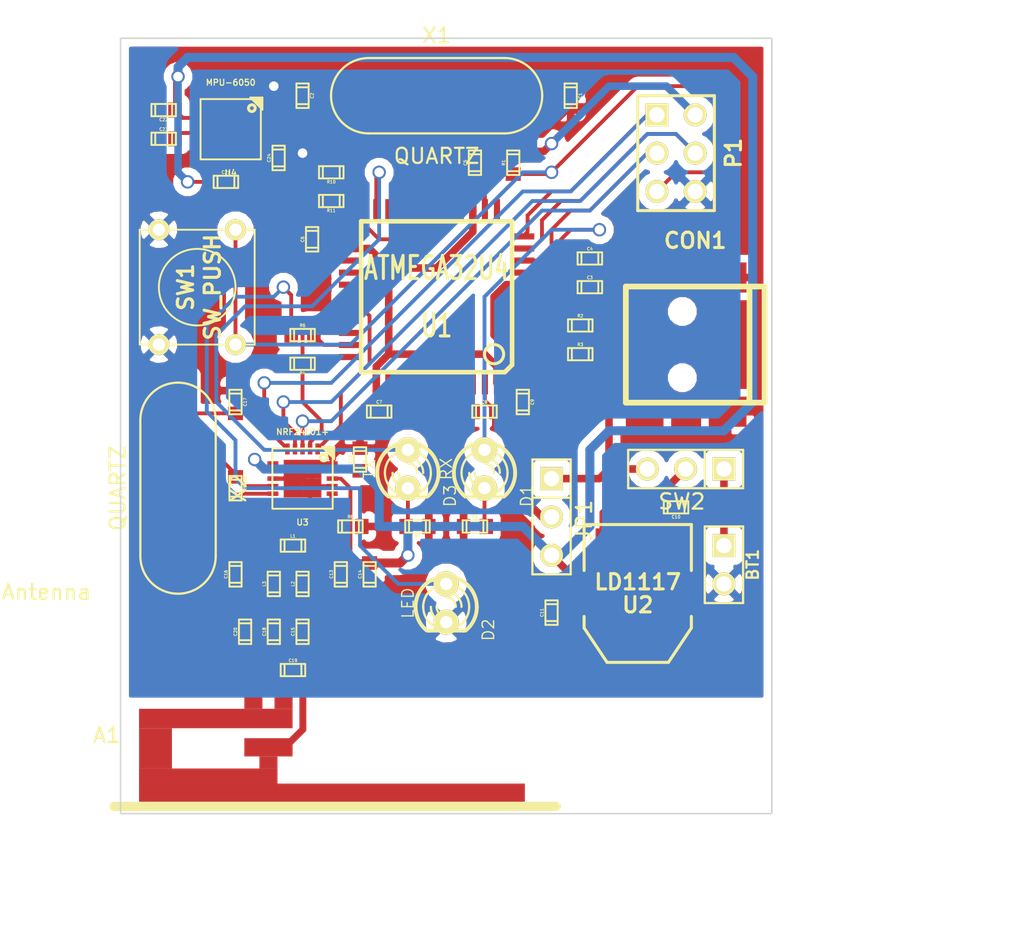
<source format=kicad_pcb>
(kicad_pcb (version 3) (host pcbnew "(2013-02-14 BZR 3950)-testing")
  (layers (15 F.Cu signal) (0 B.Cu signal) (18 B.Paste user) (19 F.Paste user) (20 B.SilkS user) (21 F.SilkS user) (22 B.Mask user) (23 F.Mask user) (28 Edge.Cuts user))
  (net 0 "")
  (net 1 +5V)
  (net 2 "/ICSP Header/MISO")
  (net 3 "/ICSP Header/MOSI")
  (net 4 "/ICSP Header/SCK")
  (net 5 /MPU/SCL)
  (net 6 /MPU/SDA)
  (net 7 /Radio/CE)
  (net 8 /Radio/CSN)
  (net 9 3V3)
  (net 10 ANTENNA)
  (net 11 GND)
  (net 12 N-0000012)
  (net 13 N-0000013)
  (net 14 N-0000014)
  (net 15 N-0000019)
  (net 16 N-0000023)
  (net 17 N-0000027)
  (net 18 N-0000029)
  (net 19 N-0000036)
  (net 20 N-0000044)
  (net 21 N-0000047)
  (net 22 N-0000048)
  (net 23 N-0000049)
  (net 24 N-000005)
  (net 25 N-0000050)
  (net 26 N-0000051)
  (net 27 N-0000052)
  (net 28 N-0000053)
  (net 29 N-0000054)
  (net 30 N-0000056)
  (net 31 N-0000057)
  (net 32 N-0000058)
  (net 33 N-0000059)
  (net 34 N-000006)
  (net 35 N-0000062)
  (net 36 N-000007)
  (net 37 N-000008)
  (net 38 N-000009)
  (net 39 RESET)
  (net 40 VCC)
  (module USB_MINI_B (layer F.Cu) (at 183.515 81.28 180)
    (fp_text reference CON1 (at 0 6.90118 180) (layer F.SilkS) (effects (font (size 1.016 1.016) (thickness 0.2032))))
    (fp_text value USB-MINI-B hide)
    (pad 1 smd rect (at 3.44932 -1.6002 180) (size 2.30124 0.50038) (layers F.Cu F.Paste F.Mask) (net 1 +5V))
    (pad 2 smd rect (at 3.44932 -0.8001 180) (size 2.30124 0.50038) (layers F.Cu F.Paste F.Mask) (net 23 N-0000049))
    (pad 3 smd rect (at 3.44932 0 180) (size 2.30124 0.50038) (layers F.Cu F.Paste F.Mask) (net 17 N-0000027))
    (pad 4 smd rect (at 3.44932 0.8001 180) (size 2.30124 0.50038) (layers F.Cu F.Paste F.Mask))
    (pad 5 smd rect (at 3.44932 1.6002 180) (size 2.30124 0.50038) (layers F.Cu F.Paste F.Mask) (net 11 GND))
    (pad 6 smd rect (at 3.35026 -4.45008 180) (size 2.49936 1.99898) (layers F.Cu F.Paste F.Mask) (net 11 GND))
    (pad 7 smd rect (at -2.14884 -4.45008 180) (size 2.49936 1.99898) (layers F.Cu F.Paste F.Mask) (net 11 GND))
    (pad 8 smd rect (at 3.35026 4.45008 180) (size 2.49936 1.99898) (layers F.Cu F.Paste F.Mask) (net 11 GND))
    (pad 9 smd rect (at -2.14884 4.45008 180) (size 2.49936 1.99898) (layers F.Cu F.Paste F.Mask) (net 11 GND))
    (pad "" np_thru_hole circle (at 0.8509 -2.19964 180) (size 0.89916 0.89916) (drill 0.89916) (layers *.Cu *.Mask F.SilkS))
    (pad "" np_thru_hole circle (at 0.8509 2.19964 180) (size 0.89916 0.89916) (drill 0.89916) (layers *.Cu *.Mask F.SilkS))
  )
  (module TQFP44 (layer F.Cu) (at 166.37 78.105 180)
    (fp_text reference U1 (at 0 -1.905 180) (layer F.SilkS) (effects (font (size 1.524 1.016) (thickness 0.2032))))
    (fp_text value ATMEGA32U4 (at 0 1.905 180) (layer F.SilkS) (effects (font (size 1.524 1.016) (thickness 0.2032))))
    (pad 39 smd rect (at 0 -5.715 180) (size 0.4064 1.524) (layers F.Cu F.Paste F.Mask))
    (pad 40 smd rect (at -0.8001 -5.715 180) (size 0.4064 1.524) (layers F.Cu F.Paste F.Mask))
    (pad 41 smd rect (at -1.6002 -5.715 180) (size 0.4064 1.524) (layers F.Cu F.Paste F.Mask))
    (pad 42 smd rect (at -2.4003 -5.715 180) (size 0.4064 1.524) (layers F.Cu F.Paste F.Mask) (net 18 N-0000029))
    (pad 43 smd rect (at -3.2004 -5.715 180) (size 0.4064 1.524) (layers F.Cu F.Paste F.Mask) (net 11 GND))
    (pad 44 smd rect (at -4.0005 -5.715 180) (size 0.4064 1.524) (layers F.Cu F.Paste F.Mask) (net 40 VCC))
    (pad 38 smd rect (at 0.8001 -5.715 180) (size 0.4064 1.524) (layers F.Cu F.Paste F.Mask))
    (pad 37 smd rect (at 1.6002 -5.715 180) (size 0.4064 1.524) (layers F.Cu F.Paste F.Mask))
    (pad 36 smd rect (at 2.4003 -5.715 180) (size 0.4064 1.524) (layers F.Cu F.Paste F.Mask))
    (pad 35 smd rect (at 3.2004 -5.715 180) (size 0.4064 1.524) (layers F.Cu F.Paste F.Mask) (net 11 GND))
    (pad 34 smd rect (at 4.0005 -5.715 180) (size 0.4064 1.524) (layers F.Cu F.Paste F.Mask) (net 40 VCC))
    (pad 17 smd rect (at 0 5.715 180) (size 0.4064 1.524) (layers F.Cu F.Paste F.Mask) (net 16 N-0000023))
    (pad 16 smd rect (at -0.8001 5.715 180) (size 0.4064 1.524) (layers F.Cu F.Paste F.Mask) (net 20 N-0000044))
    (pad 15 smd rect (at -1.6002 5.715 180) (size 0.4064 1.524) (layers F.Cu F.Paste F.Mask) (net 11 GND))
    (pad 14 smd rect (at -2.4003 5.715 180) (size 0.4064 1.524) (layers F.Cu F.Paste F.Mask) (net 40 VCC))
    (pad 13 smd rect (at -3.2004 5.715 180) (size 0.4064 1.524) (layers F.Cu F.Paste F.Mask) (net 39 RESET))
    (pad 12 smd rect (at -4.0005 5.715 180) (size 0.4064 1.524) (layers F.Cu F.Paste F.Mask))
    (pad 18 smd rect (at 0.8001 5.715 180) (size 0.4064 1.524) (layers F.Cu F.Paste F.Mask) (net 5 /MPU/SCL))
    (pad 19 smd rect (at 1.6002 5.715 180) (size 0.4064 1.524) (layers F.Cu F.Paste F.Mask) (net 6 /MPU/SDA))
    (pad 20 smd rect (at 2.4003 5.715 180) (size 0.4064 1.524) (layers F.Cu F.Paste F.Mask))
    (pad 21 smd rect (at 3.2004 5.715 180) (size 0.4064 1.524) (layers F.Cu F.Paste F.Mask))
    (pad 22 smd rect (at 4.0005 5.715 180) (size 0.4064 1.524) (layers F.Cu F.Paste F.Mask) (net 24 N-000005))
    (pad 6 smd rect (at -5.715 0 180) (size 1.524 0.4064) (layers F.Cu F.Paste F.Mask) (net 19 N-0000036))
    (pad 28 smd rect (at 5.715 0 180) (size 1.524 0.4064) (layers F.Cu F.Paste F.Mask))
    (pad 7 smd rect (at -5.715 0.8001 180) (size 1.524 0.4064) (layers F.Cu F.Paste F.Mask) (net 1 +5V))
    (pad 27 smd rect (at 5.715 0.8001 180) (size 1.524 0.4064) (layers F.Cu F.Paste F.Mask))
    (pad 26 smd rect (at 5.715 1.6002 180) (size 1.524 0.4064) (layers F.Cu F.Paste F.Mask))
    (pad 8 smd rect (at -5.715 1.6002 180) (size 1.524 0.4064) (layers F.Cu F.Paste F.Mask) (net 36 N-000007))
    (pad 9 smd rect (at -5.715 2.4003 180) (size 1.524 0.4064) (layers F.Cu F.Paste F.Mask) (net 4 "/ICSP Header/SCK"))
    (pad 25 smd rect (at 5.715 2.4003 180) (size 1.524 0.4064) (layers F.Cu F.Paste F.Mask))
    (pad 24 smd rect (at 5.715 3.2004 180) (size 1.524 0.4064) (layers F.Cu F.Paste F.Mask) (net 40 VCC))
    (pad 10 smd rect (at -5.715 3.2004 180) (size 1.524 0.4064) (layers F.Cu F.Paste F.Mask) (net 3 "/ICSP Header/MOSI"))
    (pad 11 smd rect (at -5.715 4.0005 180) (size 1.524 0.4064) (layers F.Cu F.Paste F.Mask) (net 2 "/ICSP Header/MISO"))
    (pad 23 smd rect (at 5.715 4.0005 180) (size 1.524 0.4064) (layers F.Cu F.Paste F.Mask) (net 11 GND))
    (pad 29 smd rect (at 5.715 -0.8001 180) (size 1.524 0.4064) (layers F.Cu F.Paste F.Mask) (net 7 /Radio/CE))
    (pad 5 smd rect (at -5.715 -0.8001 180) (size 1.524 0.4064) (layers F.Cu F.Paste F.Mask) (net 11 GND))
    (pad 4 smd rect (at -5.715 -1.6002 180) (size 1.524 0.4064) (layers F.Cu F.Paste F.Mask) (net 22 N-0000048))
    (pad 30 smd rect (at 5.715 -1.6002 180) (size 1.524 0.4064) (layers F.Cu F.Paste F.Mask) (net 8 /Radio/CSN))
    (pad 31 smd rect (at 5.715 -2.4003 180) (size 1.524 0.4064) (layers F.Cu F.Paste F.Mask))
    (pad 3 smd rect (at -5.715 -2.4003 180) (size 1.524 0.4064) (layers F.Cu F.Paste F.Mask) (net 21 N-0000047))
    (pad 2 smd rect (at -5.715 -3.2004 180) (size 1.524 0.4064) (layers F.Cu F.Paste F.Mask) (net 1 +5V))
    (pad 32 smd rect (at 5.715 -3.2004 180) (size 1.524 0.4064) (layers F.Cu F.Paste F.Mask) (net 38 N-000009))
    (pad 33 smd rect (at 5.715 -4.0005 180) (size 1.524 0.4064) (layers F.Cu F.Paste F.Mask) (net 12 N-0000012))
    (pad 1 smd rect (at -5.715 -4.0005 180) (size 1.524 0.4064) (layers F.Cu F.Paste F.Mask))
  )
  (module SW_PUSH_SMALL (layer F.Cu) (at 150.495 77.47 90)
    (fp_text reference SW1 (at 0 -0.762 90) (layer F.SilkS) (effects (font (size 1.016 1.016) (thickness 0.2032))))
    (fp_text value SW_PUSH (at 0 1.016 90) (layer F.SilkS) (effects (font (size 1.016 1.016) (thickness 0.2032))))
    (pad 1 thru_hole circle (at 3.81 -2.54 90) (size 1.397 1.397) (drill 0.8128) (layers *.Cu *.Mask F.SilkS) (net 11 GND))
    (pad 2 thru_hole circle (at 3.81 2.54 90) (size 1.397 1.397) (drill 0.8128) (layers *.Cu *.Mask F.SilkS) (net 39 RESET))
    (pad 1 thru_hole circle (at -3.81 -2.54 90) (size 1.397 1.397) (drill 0.8128) (layers *.Cu *.Mask F.SilkS) (net 11 GND))
    (pad 2 thru_hole circle (at -3.81 2.54 90) (size 1.397 1.397) (drill 0.8128) (layers *.Cu *.Mask F.SilkS) (net 39 RESET))
  )
  (module SOT223 (layer F.Cu) (at 179.705 97.79 180)
    (fp_text reference U2 (at 0 -0.762 180) (layer F.SilkS) (effects (font (size 1.016 1.016) (thickness 0.2032))))
    (fp_text value LD1117 (at 0 0.762 180) (layer F.SilkS) (effects (font (size 1.016 1.016) (thickness 0.2032))))
    (pad 4 smd rect (at 0 -3.302 180) (size 3.6576 2.032) (layers F.Cu F.Paste F.Mask))
    (pad 2 smd rect (at 0 3.302 180) (size 1.016 2.032) (layers F.Cu F.Paste F.Mask) (net 9 3V3))
    (pad 3 smd rect (at 2.286 3.302 180) (size 1.016 2.032) (layers F.Cu F.Paste F.Mask) (net 13 N-0000013))
    (pad 1 smd rect (at -2.286 3.302 180) (size 1.016 2.032) (layers F.Cu F.Paste F.Mask) (net 11 GND))
  )
  (module pin_array_3x2 (layer F.Cu) (at 182.245 68.58 270)
    (fp_text reference P1 (at 0 -3.81 270) (layer F.SilkS) (effects (font (size 1.016 1.016) (thickness 0.2032))))
    (fp_text value CONN_3X2 hide)
    (pad 1 thru_hole rect (at -2.54 1.27 270) (size 1.524 1.524) (drill 1.016) (layers *.Cu *.Mask F.SilkS) (net 2 "/ICSP Header/MISO"))
    (pad 2 thru_hole circle (at -2.54 -1.27 270) (size 1.524 1.524) (drill 1.016) (layers *.Cu *.Mask F.SilkS) (net 40 VCC))
    (pad 3 thru_hole circle (at 0 1.27 270) (size 1.524 1.524) (drill 1.016) (layers *.Cu *.Mask F.SilkS) (net 4 "/ICSP Header/SCK"))
    (pad 4 thru_hole circle (at 0 -1.27 270) (size 1.524 1.524) (drill 1.016) (layers *.Cu *.Mask F.SilkS) (net 3 "/ICSP Header/MOSI"))
    (pad 5 thru_hole circle (at 2.54 1.27 270) (size 1.524 1.524) (drill 1.016) (layers *.Cu *.Mask F.SilkS) (net 39 RESET))
    (pad 6 thru_hole circle (at 2.54 -1.27 270) (size 1.524 1.524) (drill 1.016) (layers *.Cu *.Mask F.SilkS) (net 11 GND))
  )
  (module PIN_ARRAY_3X1 (layer F.Cu) (at 182.88 89.535 180)
    (fp_text reference SW2 (at 0.254 -2.159 180) (layer F.SilkS) (effects (font (size 1.016 1.016) (thickness 0.1524))))
    (fp_text value "Power Select" hide)
    (pad 1 thru_hole rect (at -2.54 0 180) (size 1.524 1.524) (drill 1.016) (layers *.Cu *.Mask F.SilkS) (net 15 N-0000019))
    (pad 2 thru_hole circle (at 0 0 180) (size 1.524 1.524) (drill 1.016) (layers *.Cu *.Mask F.SilkS) (net 13 N-0000013))
    (pad 3 thru_hole circle (at 2.54 0 180) (size 1.524 1.524) (drill 1.016) (layers *.Cu *.Mask F.SilkS) (net 1 +5V))
  )
  (module PIN_ARRAY_3X1 (layer F.Cu) (at 173.99 92.71 270)
    (fp_text reference JP1 (at 0.254 -2.159 270) (layer F.SilkS) (effects (font (size 1.016 1.016) (thickness 0.1524))))
    (fp_text value "Vcc Select" hide)
    (pad 1 thru_hole rect (at -2.54 0 270) (size 1.524 1.524) (drill 1.016) (layers *.Cu *.Mask F.SilkS) (net 1 +5V))
    (pad 2 thru_hole circle (at 0 0 270) (size 1.524 1.524) (drill 1.016) (layers *.Cu *.Mask F.SilkS) (net 40 VCC))
    (pad 3 thru_hole circle (at 2.54 0 270) (size 1.524 1.524) (drill 1.016) (layers *.Cu *.Mask F.SilkS) (net 9 3V3))
  )
  (module PIN_ARRAY_2X1 (layer F.Cu) (at 185.42 95.885 270)
    (fp_text reference BT1 (at 0 -1.905 270) (layer F.SilkS) (effects (font (size 0.762 0.762) (thickness 0.1524))))
    (fp_text value BATTERY hide)
    (pad 1 thru_hole rect (at -1.27 0 270) (size 1.524 1.524) (drill 1.016) (layers *.Cu *.Mask F.SilkS) (net 15 N-0000019))
    (pad 2 thru_hole circle (at 1.27 0 270) (size 1.524 1.524) (drill 1.016) (layers *.Cu *.Mask F.SilkS) (net 11 GND))
  )
  (module LED-3MM (layer F.Cu) (at 164.465 89.535 270)
    (fp_text reference D3 (at 1.778 -2.794 270) (layer F.SilkS) (effects (font (size 0.762 0.762) (thickness 0.0889))))
    (fp_text value TX (at 0 2.54 270) (layer F.SilkS) (effects (font (size 0.762 0.762) (thickness 0.0889))))
    (pad 1 thru_hole circle (at -1.27 0 270) (size 1.6764 1.6764) (drill 0.8128) (layers *.Cu *.Mask F.SilkS) (net 24 N-000005))
    (pad 2 thru_hole circle (at 1.27 0 270) (size 1.6764 1.6764) (drill 0.8128) (layers *.Cu *.Mask F.SilkS) (net 14 N-0000014))
  )
  (module LED-3MM (layer F.Cu) (at 167.005 98.425 270)
    (fp_text reference D2 (at 1.778 -2.794 270) (layer F.SilkS) (effects (font (size 0.762 0.762) (thickness 0.0889))))
    (fp_text value LED (at 0 2.54 270) (layer F.SilkS) (effects (font (size 0.762 0.762) (thickness 0.0889))))
    (pad 1 thru_hole circle (at -1.27 0 270) (size 1.6764 1.6764) (drill 0.8128) (layers *.Cu *.Mask F.SilkS) (net 37 N-000008))
    (pad 2 thru_hole circle (at 1.27 0 270) (size 1.6764 1.6764) (drill 0.8128) (layers *.Cu *.Mask F.SilkS) (net 11 GND))
  )
  (module LED-3MM (layer F.Cu) (at 169.545 89.535 270)
    (fp_text reference D1 (at 1.778 -2.794 270) (layer F.SilkS) (effects (font (size 0.762 0.762) (thickness 0.0889))))
    (fp_text value RX (at 0 2.54 270) (layer F.SilkS) (effects (font (size 0.762 0.762) (thickness 0.0889))))
    (pad 1 thru_hole circle (at -1.27 0 270) (size 1.6764 1.6764) (drill 0.8128) (layers *.Cu *.Mask F.SilkS) (net 36 N-000007))
    (pad 2 thru_hole circle (at 1.27 0 270) (size 1.6764 1.6764) (drill 0.8128) (layers *.Cu *.Mask F.SilkS) (net 34 N-000006))
  )
  (module c_0603 (layer F.Cu) (at 155.8925 68.8975 90)
    (fp_text reference C24 (at 0 -0.635 90) (layer F.SilkS) (effects (font (size 0.20066 0.20066) (thickness 0.04064))))
    (fp_text value 2.2nF hide)
    (pad 1 smd rect (at 0.75184 0 90) (size 0.89916 1.00076) (layers F.Cu F.Paste F.Mask) (net 33 N-0000059))
    (pad 2 smd rect (at -0.75184 0 90) (size 0.89916 1.00076) (layers F.Cu F.Paste F.Mask) (net 11 GND))
  )
  (module c_0603 (layer F.Cu) (at 152.4 70.485)
    (fp_text reference C21 (at 0 -0.635) (layer F.SilkS) (effects (font (size 0.20066 0.20066) (thickness 0.04064))))
    (fp_text value 0.1uF hide)
    (pad 1 smd rect (at 0.75184 0) (size 0.89916 1.00076) (layers F.Cu F.Paste F.Mask) (net 11 GND))
    (pad 2 smd rect (at -0.75184 0) (size 0.89916 1.00076) (layers F.Cu F.Paste F.Mask) (net 9 3V3))
  )
  (module c_0603 (layer F.Cu) (at 160.655 93.345)
    (fp_text reference R8 (at 0 -0.635) (layer F.SilkS) (effects (font (size 0.20066 0.20066) (thickness 0.04064))))
    (fp_text value 22K hide)
    (pad 1 smd rect (at 0.75184 0) (size 0.89916 1.00076) (layers F.Cu F.Paste F.Mask) (net 11 GND))
    (pad 2 smd rect (at -0.75184 0) (size 0.89916 1.00076) (layers F.Cu F.Paste F.Mask) (net 28 N-0000053))
  )
  (module c_0603 (layer F.Cu) (at 161.925 96.52 90)
    (fp_text reference C14 (at 0 -0.635 90) (layer F.SilkS) (effects (font (size 0.20066 0.20066) (thickness 0.04064))))
    (fp_text value 1nF hide)
    (pad 1 smd rect (at 0.75184 0 90) (size 0.89916 1.00076) (layers F.Cu F.Paste F.Mask) (net 9 3V3))
    (pad 2 smd rect (at -0.75184 0 90) (size 0.89916 1.00076) (layers F.Cu F.Paste F.Mask) (net 11 GND))
  )
  (module c_0603 (layer F.Cu) (at 153.035 90.805 270)
    (fp_text reference R9 (at 0 -0.635 270) (layer F.SilkS) (effects (font (size 0.20066 0.20066) (thickness 0.04064))))
    (fp_text value 1M hide)
    (pad 1 smd rect (at 0.75184 0 270) (size 0.89916 1.00076) (layers F.Cu F.Paste F.Mask) (net 25 N-0000050))
    (pad 2 smd rect (at -0.75184 0 270) (size 0.89916 1.00076) (layers F.Cu F.Paste F.Mask) (net 30 N-0000056))
  )
  (module c_0603 (layer F.Cu) (at 153.035 96.52 90)
    (fp_text reference C16 (at 0 -0.635 90) (layer F.SilkS) (effects (font (size 0.20066 0.20066) (thickness 0.04064))))
    (fp_text value 22pF hide)
    (pad 1 smd rect (at 0.75184 0 90) (size 0.89916 1.00076) (layers F.Cu F.Paste F.Mask) (net 25 N-0000050))
    (pad 2 smd rect (at -0.75184 0 90) (size 0.89916 1.00076) (layers F.Cu F.Paste F.Mask) (net 11 GND))
  )
  (module c_0603 (layer F.Cu) (at 153.035 85.09 270)
    (fp_text reference C17 (at 0 -0.635 270) (layer F.SilkS) (effects (font (size 0.20066 0.20066) (thickness 0.04064))))
    (fp_text value 22pF hide)
    (pad 1 smd rect (at 0.75184 0 270) (size 0.89916 1.00076) (layers F.Cu F.Paste F.Mask) (net 30 N-0000056))
    (pad 2 smd rect (at -0.75184 0 270) (size 0.89916 1.00076) (layers F.Cu F.Paste F.Mask) (net 11 GND))
  )
  (module c_0603 (layer F.Cu) (at 156.845 94.615)
    (fp_text reference L1 (at 0 -0.635) (layer F.SilkS) (effects (font (size 0.20066 0.20066) (thickness 0.04064))))
    (fp_text value 8.2nH hide)
    (pad 1 smd rect (at 0.75184 0) (size 0.89916 1.00076) (layers F.Cu F.Paste F.Mask) (net 31 N-0000057))
    (pad 2 smd rect (at -0.75184 0) (size 0.89916 1.00076) (layers F.Cu F.Paste F.Mask) (net 29 N-0000054))
  )
  (module c_0603 (layer F.Cu) (at 157.48 97.155 90)
    (fp_text reference L2 (at 0 -0.635 90) (layer F.SilkS) (effects (font (size 0.20066 0.20066) (thickness 0.04064))))
    (fp_text value 3.9nH hide)
    (pad 1 smd rect (at 0.75184 0 90) (size 0.89916 1.00076) (layers F.Cu F.Paste F.Mask) (net 31 N-0000057))
    (pad 2 smd rect (at -0.75184 0 90) (size 0.89916 1.00076) (layers F.Cu F.Paste F.Mask) (net 27 N-0000052))
  )
  (module c_0603 (layer F.Cu) (at 148.2725 67.6275)
    (fp_text reference C23 (at 0 -0.635) (layer F.SilkS) (effects (font (size 0.20066 0.20066) (thickness 0.04064))))
    (fp_text value 0.1uF hide)
    (pad 1 smd rect (at 0.75184 0) (size 0.89916 1.00076) (layers F.Cu F.Paste F.Mask) (net 35 N-0000062))
    (pad 2 smd rect (at -0.75184 0) (size 0.89916 1.00076) (layers F.Cu F.Paste F.Mask) (net 11 GND))
  )
  (module c_0603 (layer F.Cu) (at 155.575 97.155 90)
    (fp_text reference L3 (at 0 -0.635 90) (layer F.SilkS) (effects (font (size 0.20066 0.20066) (thickness 0.04064))))
    (fp_text value 2.7nH hide)
    (pad 1 smd rect (at 0.75184 0 90) (size 0.89916 1.00076) (layers F.Cu F.Paste F.Mask) (net 29 N-0000054))
    (pad 2 smd rect (at -0.75184 0 90) (size 0.89916 1.00076) (layers F.Cu F.Paste F.Mask) (net 32 N-0000058))
  )
  (module c_0603 (layer F.Cu) (at 148.2725 65.7225 180)
    (fp_text reference C22 (at 0 -0.635 180) (layer F.SilkS) (effects (font (size 0.20066 0.20066) (thickness 0.04064))))
    (fp_text value 10nF hide)
    (pad 1 smd rect (at 0.75184 0 180) (size 0.89916 1.00076) (layers F.Cu F.Paste F.Mask) (net 11 GND))
    (pad 2 smd rect (at -0.75184 0 180) (size 0.89916 1.00076) (layers F.Cu F.Paste F.Mask) (net 9 3V3))
  )
  (module c_0603 (layer F.Cu) (at 153.67 100.33 90)
    (fp_text reference C20 (at 0 -0.635 90) (layer F.SilkS) (effects (font (size 0.20066 0.20066) (thickness 0.04064))))
    (fp_text value 2.2nF hide)
    (pad 1 smd rect (at 0.75184 0 90) (size 0.89916 1.00076) (layers F.Cu F.Paste F.Mask) (net 32 N-0000058))
    (pad 2 smd rect (at -0.75184 0 90) (size 0.89916 1.00076) (layers F.Cu F.Paste F.Mask) (net 11 GND))
  )
  (module c_0603 (layer F.Cu) (at 155.575 100.33 90)
    (fp_text reference C18 (at 0 -0.635 90) (layer F.SilkS) (effects (font (size 0.20066 0.20066) (thickness 0.04064))))
    (fp_text value 4.7pF hide)
    (pad 1 smd rect (at 0.75184 0 90) (size 0.89916 1.00076) (layers F.Cu F.Paste F.Mask) (net 32 N-0000058))
    (pad 2 smd rect (at -0.75184 0 90) (size 0.89916 1.00076) (layers F.Cu F.Paste F.Mask) (net 11 GND))
  )
  (module c_0603 (layer F.Cu) (at 157.48 100.33 90)
    (fp_text reference C15 (at 0 -0.635 90) (layer F.SilkS) (effects (font (size 0.20066 0.20066) (thickness 0.04064))))
    (fp_text value 1.5pF hide)
    (pad 1 smd rect (at 0.75184 0 90) (size 0.89916 1.00076) (layers F.Cu F.Paste F.Mask) (net 27 N-0000052))
    (pad 2 smd rect (at -0.75184 0 90) (size 0.89916 1.00076) (layers F.Cu F.Paste F.Mask) (net 10 ANTENNA))
  )
  (module c_0603 (layer F.Cu) (at 156.845 102.87)
    (fp_text reference C19 (at 0 -0.635) (layer F.SilkS) (effects (font (size 0.20066 0.20066) (thickness 0.04064))))
    (fp_text value 1pF hide)
    (pad 1 smd rect (at 0.75184 0) (size 0.89916 1.00076) (layers F.Cu F.Paste F.Mask) (net 10 ANTENNA))
    (pad 2 smd rect (at -0.75184 0) (size 0.89916 1.00076) (layers F.Cu F.Paste F.Mask) (net 11 GND))
  )
  (module c_0603 (layer F.Cu) (at 161.29 88.9 90)
    (fp_text reference C12 (at 0 -0.635 90) (layer F.SilkS) (effects (font (size 0.20066 0.20066) (thickness 0.04064))))
    (fp_text value 33nF hide)
    (pad 1 smd rect (at 0.75184 0 90) (size 0.89916 1.00076) (layers F.Cu F.Paste F.Mask) (net 11 GND))
    (pad 2 smd rect (at -0.75184 0 90) (size 0.89916 1.00076) (layers F.Cu F.Paste F.Mask) (net 26 N-0000051))
  )
  (module c_0603 (layer F.Cu) (at 157.48 64.77 270)
    (fp_text reference C2 (at 0 -0.635 270) (layer F.SilkS) (effects (font (size 0.20066 0.20066) (thickness 0.04064))))
    (fp_text value 18pF hide)
    (pad 1 smd rect (at 0.75184 0 270) (size 0.89916 1.00076) (layers F.Cu F.Paste F.Mask) (net 11 GND))
    (pad 2 smd rect (at -0.75184 0 270) (size 0.89916 1.00076) (layers F.Cu F.Paste F.Mask) (net 16 N-0000023))
  )
  (module c_0603 (layer F.Cu) (at 168.91 69.215 90)
    (fp_text reference C5 (at 0 -0.635 90) (layer F.SilkS) (effects (font (size 0.20066 0.20066) (thickness 0.04064))))
    (fp_text value 0.1uF hide)
    (pad 1 smd rect (at 0.75184 0 90) (size 0.89916 1.00076) (layers F.Cu F.Paste F.Mask) (net 11 GND))
    (pad 2 smd rect (at -0.75184 0 90) (size 0.89916 1.00076) (layers F.Cu F.Paste F.Mask) (net 40 VCC))
  )
  (module c_0603 (layer F.Cu) (at 158.115 74.295 90)
    (fp_text reference C6 (at 0 -0.635 90) (layer F.SilkS) (effects (font (size 0.20066 0.20066) (thickness 0.04064))))
    (fp_text value 0.1uF hide)
    (pad 1 smd rect (at 0.75184 0 90) (size 0.89916 1.00076) (layers F.Cu F.Paste F.Mask) (net 11 GND))
    (pad 2 smd rect (at -0.75184 0 90) (size 0.89916 1.00076) (layers F.Cu F.Paste F.Mask) (net 40 VCC))
  )
  (module c_0603 (layer F.Cu) (at 162.56 85.725)
    (fp_text reference C7 (at 0 -0.635) (layer F.SilkS) (effects (font (size 0.20066 0.20066) (thickness 0.04064))))
    (fp_text value 0.1uF hide)
    (pad 1 smd rect (at 0.75184 0) (size 0.89916 1.00076) (layers F.Cu F.Paste F.Mask) (net 11 GND))
    (pad 2 smd rect (at -0.75184 0) (size 0.89916 1.00076) (layers F.Cu F.Paste F.Mask) (net 40 VCC))
  )
  (module c_0603 (layer F.Cu) (at 169.545 85.725)
    (fp_text reference C8 (at 0 -0.635) (layer F.SilkS) (effects (font (size 0.20066 0.20066) (thickness 0.04064))))
    (fp_text value 0.1uF hide)
    (pad 1 smd rect (at 0.75184 0) (size 0.89916 1.00076) (layers F.Cu F.Paste F.Mask) (net 11 GND))
    (pad 2 smd rect (at -0.75184 0) (size 0.89916 1.00076) (layers F.Cu F.Paste F.Mask) (net 18 N-0000029))
  )
  (module c_0603 (layer F.Cu) (at 172.085 85.09 270)
    (fp_text reference C9 (at 0 -0.635 270) (layer F.SilkS) (effects (font (size 0.20066 0.20066) (thickness 0.04064))))
    (fp_text value 0.1uF hide)
    (pad 1 smd rect (at 0.75184 0 270) (size 0.89916 1.00076) (layers F.Cu F.Paste F.Mask) (net 11 GND))
    (pad 2 smd rect (at -0.75184 0 270) (size 0.89916 1.00076) (layers F.Cu F.Paste F.Mask) (net 40 VCC))
  )
  (module c_0603 (layer F.Cu) (at 176.53 75.565)
    (fp_text reference C4 (at 0 -0.635) (layer F.SilkS) (effects (font (size 0.20066 0.20066) (thickness 0.04064))))
    (fp_text value 1uF hide)
    (pad 1 smd rect (at 0.75184 0) (size 0.89916 1.00076) (layers F.Cu F.Paste F.Mask) (net 11 GND))
    (pad 2 smd rect (at -0.75184 0) (size 0.89916 1.00076) (layers F.Cu F.Paste F.Mask) (net 1 +5V))
  )
  (module c_0603 (layer F.Cu) (at 176.53 77.47)
    (fp_text reference C3 (at 0 -0.635) (layer F.SilkS) (effects (font (size 0.20066 0.20066) (thickness 0.04064))))
    (fp_text value 1uF hide)
    (pad 1 smd rect (at 0.75184 0) (size 0.89916 1.00076) (layers F.Cu F.Paste F.Mask) (net 11 GND))
    (pad 2 smd rect (at -0.75184 0) (size 0.89916 1.00076) (layers F.Cu F.Paste F.Mask) (net 19 N-0000036))
  )
  (module c_0603 (layer F.Cu) (at 175.895 80.01)
    (fp_text reference R2 (at 0 -0.635) (layer F.SilkS) (effects (font (size 0.20066 0.20066) (thickness 0.04064))))
    (fp_text value 22 hide)
    (pad 1 smd rect (at 0.75184 0) (size 0.89916 1.00076) (layers F.Cu F.Paste F.Mask) (net 17 N-0000027))
    (pad 2 smd rect (at -0.75184 0) (size 0.89916 1.00076) (layers F.Cu F.Paste F.Mask) (net 22 N-0000048))
  )
  (module c_0603 (layer F.Cu) (at 175.895 81.915)
    (fp_text reference R3 (at 0 -0.635) (layer F.SilkS) (effects (font (size 0.20066 0.20066) (thickness 0.04064))))
    (fp_text value 22 hide)
    (pad 1 smd rect (at 0.75184 0) (size 0.89916 1.00076) (layers F.Cu F.Paste F.Mask) (net 23 N-0000049))
    (pad 2 smd rect (at -0.75184 0) (size 0.89916 1.00076) (layers F.Cu F.Paste F.Mask) (net 21 N-0000047))
  )
  (module c_0603 (layer F.Cu) (at 160.02 96.52 90)
    (fp_text reference C13 (at 0 -0.635 90) (layer F.SilkS) (effects (font (size 0.20066 0.20066) (thickness 0.04064))))
    (fp_text value 10nF hide)
    (pad 1 smd rect (at 0.75184 0 90) (size 0.89916 1.00076) (layers F.Cu F.Paste F.Mask) (net 9 3V3))
    (pad 2 smd rect (at -0.75184 0 90) (size 0.89916 1.00076) (layers F.Cu F.Paste F.Mask) (net 11 GND))
  )
  (module c_0603 (layer F.Cu) (at 175.26 64.77 270)
    (fp_text reference C1 (at 0 -0.635 270) (layer F.SilkS) (effects (font (size 0.20066 0.20066) (thickness 0.04064))))
    (fp_text value 18pF hide)
    (pad 1 smd rect (at 0.75184 0 270) (size 0.89916 1.00076) (layers F.Cu F.Paste F.Mask) (net 11 GND))
    (pad 2 smd rect (at -0.75184 0 270) (size 0.89916 1.00076) (layers F.Cu F.Paste F.Mask) (net 20 N-0000044))
  )
  (module c_0603 (layer F.Cu) (at 157.48 82.55 180)
    (fp_text reference R4 (at 0 -0.635 180) (layer F.SilkS) (effects (font (size 0.20066 0.20066) (thickness 0.04064))))
    (fp_text value 3K9 hide)
    (pad 1 smd rect (at 0.75184 0 180) (size 0.89916 1.00076) (layers F.Cu F.Paste F.Mask) (net 11 GND))
    (pad 2 smd rect (at -0.75184 0 180) (size 0.89916 1.00076) (layers F.Cu F.Paste F.Mask) (net 12 N-0000012))
  )
  (module c_0603 (layer F.Cu) (at 171.45 69.215 90)
    (fp_text reference R1 (at 0 -0.635 90) (layer F.SilkS) (effects (font (size 0.20066 0.20066) (thickness 0.04064))))
    (fp_text value 10K hide)
    (pad 1 smd rect (at 0.75184 0 90) (size 0.89916 1.00076) (layers F.Cu F.Paste F.Mask) (net 40 VCC))
    (pad 2 smd rect (at -0.75184 0 90) (size 0.89916 1.00076) (layers F.Cu F.Paste F.Mask) (net 39 RESET))
  )
  (module c_0603 (layer F.Cu) (at 182.245 92.075 180)
    (fp_text reference C10 (at 0 -0.635 180) (layer F.SilkS) (effects (font (size 0.20066 0.20066) (thickness 0.04064))))
    (fp_text value 100nF hide)
    (pad 1 smd rect (at 0.75184 0 180) (size 0.89916 1.00076) (layers F.Cu F.Paste F.Mask) (net 13 N-0000013))
    (pad 2 smd rect (at -0.75184 0 180) (size 0.89916 1.00076) (layers F.Cu F.Paste F.Mask) (net 11 GND))
  )
  (module c_0603 (layer F.Cu) (at 173.99 99.06 90)
    (fp_text reference C11 (at 0 -0.635 90) (layer F.SilkS) (effects (font (size 0.20066 0.20066) (thickness 0.04064))))
    (fp_text value 10uF hide)
    (pad 1 smd rect (at 0.75184 0 90) (size 0.89916 1.00076) (layers F.Cu F.Paste F.Mask) (net 9 3V3))
    (pad 2 smd rect (at -0.75184 0 90) (size 0.89916 1.00076) (layers F.Cu F.Paste F.Mask) (net 11 GND))
  )
  (module c_0603 (layer F.Cu) (at 157.48 80.645)
    (fp_text reference R6 (at 0 -0.635) (layer F.SilkS) (effects (font (size 0.20066 0.20066) (thickness 0.04064))))
    (fp_text value 680 hide)
    (pad 1 smd rect (at 0.75184 0) (size 0.89916 1.00076) (layers F.Cu F.Paste F.Mask) (net 38 N-000009))
    (pad 2 smd rect (at -0.75184 0) (size 0.89916 1.00076) (layers F.Cu F.Paste F.Mask) (net 37 N-000008))
  )
  (module c_0603 (layer F.Cu) (at 168.91 93.345)
    (fp_text reference R5 (at 0 -0.635) (layer F.SilkS) (effects (font (size 0.20066 0.20066) (thickness 0.04064))))
    (fp_text value 680 hide)
    (pad 1 smd rect (at 0.75184 0) (size 0.89916 1.00076) (layers F.Cu F.Paste F.Mask) (net 34 N-000006))
    (pad 2 smd rect (at -0.75184 0) (size 0.89916 1.00076) (layers F.Cu F.Paste F.Mask) (net 11 GND))
  )
  (module c_0603 (layer F.Cu) (at 165.1 93.345 180)
    (fp_text reference R7 (at 0 -0.635 180) (layer F.SilkS) (effects (font (size 0.20066 0.20066) (thickness 0.04064))))
    (fp_text value 680 hide)
    (pad 1 smd rect (at 0.75184 0 180) (size 0.89916 1.00076) (layers F.Cu F.Paste F.Mask) (net 14 N-0000014))
    (pad 2 smd rect (at -0.75184 0 180) (size 0.89916 1.00076) (layers F.Cu F.Paste F.Mask) (net 11 GND))
  )
  (module c_0603 (layer F.Cu) (at 159.385 69.85 180)
    (fp_text reference R10 (at 0 -0.635 180) (layer F.SilkS) (effects (font (size 0.20066 0.20066) (thickness 0.04064))))
    (fp_text value R hide)
    (pad 1 smd rect (at 0.75184 0 180) (size 0.89916 1.00076) (layers F.Cu F.Paste F.Mask) (net 9 3V3))
    (pad 2 smd rect (at -0.75184 0 180) (size 0.89916 1.00076) (layers F.Cu F.Paste F.Mask) (net 6 /MPU/SDA))
  )
  (module c_0603 (layer F.Cu) (at 159.385 71.755 180)
    (fp_text reference R11 (at 0 -0.635 180) (layer F.SilkS) (effects (font (size 0.20066 0.20066) (thickness 0.04064))))
    (fp_text value R hide)
    (pad 1 smd rect (at 0.75184 0 180) (size 0.89916 1.00076) (layers F.Cu F.Paste F.Mask) (net 9 3V3))
    (pad 2 smd rect (at -0.75184 0 180) (size 0.89916 1.00076) (layers F.Cu F.Paste F.Mask) (net 5 /MPU/SCL))
  )
  (module qfn-20 (layer F.Cu) (at 157.48 90.17 180)
    (fp_text reference U3 (at 0 -2.90068 180) (layer F.SilkS) (effects (font (size 0.39878 0.39878) (thickness 0.07874))))
    (fp_text value NRF24L01+ (at 0 3.0988 180) (layer F.SilkS) (effects (font (size 0.39878 0.39878) (thickness 0.07874))))
    (pad 1 smd rect (at -1.00076 1.96596 180) (size 0.29972 0.72898) (layers F.Cu F.Paste F.Mask) (net 7 /Radio/CE))
    (pad 2 smd rect (at -0.50038 1.96596 180) (size 0.29972 0.72898) (layers F.Cu F.Paste F.Mask) (net 8 /Radio/CSN))
    (pad 3 smd rect (at 0 1.96596 180) (size 0.29972 0.72898) (layers F.Cu F.Paste F.Mask) (net 4 "/ICSP Header/SCK"))
    (pad 4 smd rect (at 0.50038 1.96596 180) (size 0.29972 0.72898) (layers F.Cu F.Paste F.Mask) (net 3 "/ICSP Header/MOSI"))
    (pad 6 smd rect (at 1.96596 1.00076 180) (size 0.72898 0.29972) (layers F.Cu F.Paste F.Mask))
    (pad 7 smd rect (at 1.96596 0.50038 180) (size 0.72898 0.29972) (layers F.Cu F.Paste F.Mask) (net 9 3V3))
    (pad 8 smd rect (at 1.96596 0 180) (size 0.72898 0.29972) (layers F.Cu F.Paste F.Mask) (net 11 GND))
    (pad 9 smd rect (at 1.96596 -0.50038 180) (size 0.72898 0.29972) (layers F.Cu F.Paste F.Mask) (net 30 N-0000056))
    (pad 10 smd rect (at 1.96596 -1.00076 180) (size 0.72898 0.29972) (layers F.Cu F.Paste F.Mask) (net 25 N-0000050))
    (pad 21 smd rect (at 0.62484 0.62484 180) (size 1.24968 1.24968) (layers F.Cu F.Paste F.Mask))
    (pad 21 smd rect (at -0.62484 0.62484 180) (size 1.24968 1.24968) (layers F.Cu F.Paste F.Mask))
    (pad 21 smd rect (at -0.62484 -0.62484 180) (size 1.24968 1.24968) (layers F.Cu F.Paste F.Mask))
    (pad 21 smd rect (at 0.62484 -0.62484 180) (size 1.24968 1.24968) (layers F.Cu F.Paste F.Mask))
    (pad 11 smd rect (at 1.00076 -1.96596 180) (size 0.29972 0.72898) (layers F.Cu F.Paste F.Mask) (net 32 N-0000058))
    (pad 12 smd rect (at 0.50038 -1.96596 180) (size 0.29972 0.72898) (layers F.Cu F.Paste F.Mask) (net 29 N-0000054))
    (pad 13 smd rect (at 0 -1.96596 180) (size 0.29972 0.72898) (layers F.Cu F.Paste F.Mask) (net 31 N-0000057))
    (pad 14 smd rect (at -0.50038 -1.96596 180) (size 0.29972 0.72898) (layers F.Cu F.Paste F.Mask) (net 11 GND))
    (pad 15 smd rect (at -1.00076 -1.96596 180) (size 0.29972 0.72898) (layers F.Cu F.Paste F.Mask) (net 9 3V3))
    (pad 16 smd rect (at -1.96596 -1.00076 180) (size 0.72898 0.29972) (layers F.Cu F.Paste F.Mask) (net 28 N-0000053))
    (pad 17 smd rect (at -1.96596 -0.50038 180) (size 0.72898 0.29972) (layers F.Cu F.Paste F.Mask) (net 11 GND))
    (pad 18 smd rect (at -1.96596 0 180) (size 0.72898 0.29972) (layers F.Cu F.Paste F.Mask) (net 9 3V3))
    (pad 19 smd rect (at -1.96596 0.50038 180) (size 0.72898 0.29972) (layers F.Cu F.Paste F.Mask) (net 26 N-0000051))
    (pad 20 smd rect (at -1.96596 1.00076 180) (size 0.72898 0.29972) (layers F.Cu F.Paste F.Mask) (net 11 GND))
    (pad 5 smd rect (at 1.00076 1.96596 180) (size 0.29972 0.72898) (layers F.Cu F.Paste F.Mask) (net 2 "/ICSP Header/MISO"))
  )
  (module crystal (layer F.Cu) (at 166.37 64.77)
    (fp_text reference X1 (at 0 -4.0005) (layer F.SilkS) (effects (font (size 1.00076 1.00076) (thickness 0.14986))))
    (fp_text value QUARTZ (at 0 4.0005) (layer F.SilkS) (effects (font (size 1.00076 1.00076) (thickness 0.14986))))
    (pad 1 smd rect (at -4.7498 0) (size 5.4991 1.99898) (layers F.Cu F.Paste F.Mask) (net 16 N-0000023))
    (pad 2 smd rect (at 4.7498 0) (size 5.4991 1.99898) (layers F.Cu F.Paste F.Mask) (net 20 N-0000044))
  )
  (module crystal (layer F.Cu) (at 149.225 90.805 270)
    (fp_text reference X2 (at 0 -4.0005 270) (layer F.SilkS) (effects (font (size 1.00076 1.00076) (thickness 0.14986))))
    (fp_text value QUARTZ (at 0 4.0005 270) (layer F.SilkS) (effects (font (size 1.00076 1.00076) (thickness 0.14986))))
    (pad 1 smd rect (at -4.7498 0 270) (size 5.4991 1.99898) (layers F.Cu F.Paste F.Mask) (net 30 N-0000056))
    (pad 2 smd rect (at 4.7498 0 270) (size 5.4991 1.99898) (layers F.Cu F.Paste F.Mask) (net 25 N-0000050))
  )
  (module qfn-24 (layer F.Cu) (at 152.7175 66.9925 180)
    (fp_text reference U4 (at 0 -2.90068 180) (layer F.SilkS) (effects (font (size 0.39878 0.39878) (thickness 0.07874))))
    (fp_text value MPU-6050 (at 0 3.0988 180) (layer F.SilkS) (effects (font (size 0.39878 0.39878) (thickness 0.07874))))
    (pad 1 smd rect (at -1.24968 1.85928 180) (size 0.23114 0.48006) (layers F.Cu F.Paste F.Mask))
    (pad 2 smd rect (at -0.7493 1.85928 180) (size 0.23114 0.48006) (layers F.Cu F.Paste F.Mask))
    (pad 3 smd rect (at -0.24892 1.85928 180) (size 0.23114 0.48006) (layers F.Cu F.Paste F.Mask))
    (pad 4 smd rect (at 0.24892 1.85928 180) (size 0.23114 0.48006) (layers F.Cu F.Paste F.Mask))
    (pad 6 smd rect (at 1.24968 1.85928 180) (size 0.23114 0.48006) (layers F.Cu F.Paste F.Mask))
    (pad 7 smd rect (at 1.85928 1.24968 180) (size 0.48006 0.23114) (layers F.Cu F.Paste F.Mask))
    (pad 8 smd rect (at 1.85928 0.7493 180) (size 0.48006 0.23114) (layers F.Cu F.Paste F.Mask) (net 9 3V3))
    (pad 9 smd rect (at 1.85928 0.24892 180) (size 0.48006 0.23114) (layers F.Cu F.Paste F.Mask))
    (pad 10 smd rect (at 1.85928 -0.24892 180) (size 0.48006 0.23114) (layers F.Cu F.Paste F.Mask) (net 35 N-0000062))
    (pad 25 smd rect (at 0.65024 0.65024 180) (size 1.30048 1.30048) (layers F.Cu F.Paste F.Mask))
    (pad 25 smd rect (at -0.65024 0.65024 180) (size 1.30048 1.30048) (layers F.Cu F.Paste F.Mask))
    (pad 25 smd rect (at -0.65024 -0.65024 180) (size 1.30048 1.30048) (layers F.Cu F.Paste F.Mask))
    (pad 25 smd rect (at 0.65024 -0.65024 180) (size 1.30048 1.30048) (layers F.Cu F.Paste F.Mask))
    (pad 11 smd rect (at 1.85928 -0.7493 180) (size 0.48006 0.23114) (layers F.Cu F.Paste F.Mask))
    (pad 12 smd rect (at 1.85928 -1.24968 180) (size 0.48006 0.23114) (layers F.Cu F.Paste F.Mask))
    (pad 13 smd rect (at 1.24968 -1.85928 180) (size 0.23114 0.48006) (layers F.Cu F.Paste F.Mask) (net 9 3V3))
    (pad 14 smd rect (at 0.7493 -1.85928 180) (size 0.23114 0.48006) (layers F.Cu F.Paste F.Mask))
    (pad 15 smd rect (at 0.24892 -1.85928 180) (size 0.23114 0.48006) (layers F.Cu F.Paste F.Mask))
    (pad 16 smd rect (at -0.24892 -1.85928 180) (size 0.23114 0.48006) (layers F.Cu F.Paste F.Mask))
    (pad 17 smd rect (at -0.7493 -1.85928 180) (size 0.23114 0.48006) (layers F.Cu F.Paste F.Mask))
    (pad 18 smd rect (at -1.24968 -1.85928 180) (size 0.23114 0.48006) (layers F.Cu F.Paste F.Mask) (net 11 GND))
    (pad 19 smd rect (at -1.85928 -1.24968 180) (size 0.48006 0.23114) (layers F.Cu F.Paste F.Mask))
    (pad 20 smd rect (at -1.85928 -0.7493 180) (size 0.48006 0.23114) (layers F.Cu F.Paste F.Mask) (net 33 N-0000059))
    (pad 5 smd rect (at 0.7493 1.85928 180) (size 0.23114 0.48006) (layers F.Cu F.Paste F.Mask))
    (pad 21 smd rect (at -1.85928 -0.24892 180) (size 0.48006 0.23114) (layers F.Cu F.Paste F.Mask))
    (pad 22 smd rect (at -1.85928 0.24892 180) (size 0.48006 0.23114) (layers F.Cu F.Paste F.Mask))
    (pad 23 smd rect (at -1.85928 0.7493 180) (size 0.48006 0.23114) (layers F.Cu F.Paste F.Mask) (net 5 /MPU/SCL))
    (pad 24 smd rect (at -1.85928 1.24968 180) (size 0.48006 0.23114) (layers F.Cu F.Paste F.Mask) (net 6 /MPU/SDA))
  )
  (module Antenna (layer F.Cu) (at 157.50032 104.69118 180)
    (fp_text reference A1 (at 12.99972 -2.49936 180) (layer F.SilkS) (effects (font (size 1.00076 1.00076) (thickness 0.14986))))
    (fp_text value Antenna (at 17.00022 7.00024 180) (layer F.SilkS) (effects (font (size 1.00076 1.00076) (thickness 0.14986))))
    (pad "" smd rect (at 2.28092 -3.30454) (size 3.2004 1.20904) (layers F.Cu F.Paste F.Mask))
    (pad "" smd rect (at 2.28092 -4.31038) (size 1.19888 0.8001) (layers F.Cu F.Paste F.Mask))
    (pad "" smd rect (at -1.9304 -6.31444) (size 25.58034 1.20904) (layers F.Cu F.Paste F.Mask))
    (pad "" smd rect (at 6.27126 -5.20954) (size 9.17956 1.00076) (layers F.Cu F.Paste F.Mask))
    (pad "" smd rect (at 9.76884 -3.37566) (size 2.17932 2.66954) (layers F.Cu F.Paste F.Mask))
    (pad "" smd rect (at 5.77088 -1.39446) (size 10.18032 1.29032) (layers F.Cu F.Paste F.Mask))
    (pad 2 smd rect (at 1.28016 -0.381) (size 1.19888 0.73914) (layers F.Cu F.Paste F.Mask) (net 11 GND))
    (pad 2 smd rect (at 3.27914 -0.381) (size 1.19888 0.73914) (layers F.Cu F.Paste F.Mask) (net 11 GND))
    (pad "" smd rect (at 0.42672 -2.54508 315) (size 0.45974 1.39954) (layers F.Cu F.Paste F.Mask))
    (pad 1 smd rect (at 0 -1.10998) (size 0.45974 2.19964) (layers F.Cu F.Paste F.Mask) (net 10 ANTENNA))
  )
  (gr_line (start 188.595 112.395) (end 145.415 112.395) (angle 90) (layer Edge.Cuts) (width 0.09906))
  (gr_line (start 188.595 60.96) (end 188.595 112.395) (angle 90) (layer Edge.Cuts) (width 0.09906))
  (gr_line (start 145.415 60.96) (end 188.595 60.96) (angle 90) (layer Edge.Cuts) (width 0.09906))
  (gr_line (start 145.415 112.395) (end 145.415 60.96) (angle 90) (layer Edge.Cuts) (width 0.09906))
  (segment (start 172.085 81.3054) (end 170.8404 81.3054) (width 0.50038) (layer F.Cu) (net 1))
  (segment (start 170.8404 81.3054) (end 170.18 80.645) (width 0.50038) (layer F.Cu) (net 1))
  (segment (start 170.18 80.645) (end 170.18 78.105) (width 0.50038) (layer F.Cu) (net 1))
  (segment (start 170.18 78.105) (end 170.9801 77.3049) (width 0.50038) (layer F.Cu) (net 1))
  (segment (start 170.9801 77.3049) (end 172.085 77.3049) (width 0.50038) (layer F.Cu) (net 1))
  (segment (start 172.085 77.3049) (end 174.03826 77.3049) (width 0.50038) (layer F.Cu) (net 1))
  (segment (start 174.03826 77.3049) (end 175.77816 75.565) (width 0.50038) (layer F.Cu) (net 1))
  (segment (start 173.99 90.17) (end 177.165 90.17) (width 0.50038) (layer F.Cu) (net 1))
  (segment (start 177.165 90.17) (end 177.8 89.535) (width 0.50038) (layer F.Cu) (net 1))
  (segment (start 180.34 89.535) (end 177.8 89.535) (width 0.50038) (layer F.Cu) (net 1))
  (segment (start 180.06568 82.8802) (end 178.1048 82.8802) (width 0.50038) (layer F.Cu) (net 1))
  (segment (start 178.1048 82.8802) (end 177.8 83.185) (width 0.50038) (layer F.Cu) (net 1))
  (segment (start 177.8 83.185) (end 177.8 89.535) (width 0.50038) (layer F.Cu) (net 1))
  (segment (start 173.3296 81.3054) (end 173.99 81.9658) (width 0.254) (layer F.Cu) (net 1))
  (segment (start 173.99 81.9658) (end 173.99 82.55) (width 0.254) (layer F.Cu) (net 1))
  (segment (start 173.99 82.55) (end 174.625 83.185) (width 0.254) (layer F.Cu) (net 1))
  (segment (start 174.625 83.185) (end 177.8 83.185) (width 0.254) (layer F.Cu) (net 1))
  (segment (start 173.3296 81.3054) (end 172.085 81.3054) (width 0.254) (layer F.Cu) (net 1))
  (segment (start 178.1048 82.8802) (end 177.8 83.185) (width 0.254) (layer F.Cu) (net 1))
  (segment (start 172.085 77.3049) (end 170.9801 77.3049) (width 0.254) (layer F.Cu) (net 1))
  (segment (start 170.9801 77.3049) (end 170.815 77.47) (width 0.254) (layer F.Cu) (net 1))
  (segment (start 170.18 78.105) (end 170.815 77.47) (width 0.254) (layer F.Cu) (net 1))
  (segment (start 170.815 77.47) (end 170.9801 77.3049) (width 0.254) (layer F.Cu) (net 1))
  (segment (start 170.18 80.645) (end 170.18 78.105) (width 0.254) (layer F.Cu) (net 1))
  (segment (start 170.8404 81.3054) (end 170.18 80.645) (width 0.254) (layer F.Cu) (net 1))
  (segment (start 175.26 71.12) (end 172.085 71.12) (width 0.254) (layer B.Cu) (net 2))
  (segment (start 159.385 83.82) (end 158.75 83.82) (width 0.254) (layer B.Cu) (net 2))
  (segment (start 172.085 71.12) (end 159.385 83.82) (width 0.254) (layer B.Cu) (net 2))
  (segment (start 172.4025 72.7075) (end 172.4025 73.787) (width 0.254) (layer F.Cu) (net 2))
  (segment (start 172.4025 73.787) (end 172.085 74.1045) (width 0.254) (layer F.Cu) (net 2))
  (segment (start 173.99 71.12) (end 175.26 71.12) (width 0.254) (layer F.Cu) (net 2))
  (segment (start 172.4025 72.7075) (end 173.99 71.12) (width 0.254) (layer F.Cu) (net 2))
  (segment (start 154.94 83.82) (end 158.75 83.82) (width 0.254) (layer B.Cu) (net 2))
  (via (at 154.94 83.82) (size 0.889) (layers F.Cu B.Cu) (net 2))
  (segment (start 154.94 86.6648) (end 156.47924 88.20404) (width 0.254) (layer F.Cu) (net 2))
  (segment (start 154.94 83.82) (end 154.94 86.6648) (width 0.254) (layer F.Cu) (net 2))
  (segment (start 180.34 66.04) (end 175.26 71.12) (width 0.254) (layer B.Cu) (net 2))
  (segment (start 180.975 66.04) (end 180.34 66.04) (width 0.254) (layer B.Cu) (net 2))
  (segment (start 180.34 66.04) (end 180.975 66.04) (width 0.254) (layer F.Cu) (net 2))
  (segment (start 175.26 71.12) (end 180.34 66.04) (width 0.254) (layer F.Cu) (net 2))
  (segment (start 175.895 71.755) (end 172.72 71.755) (width 0.254) (layer B.Cu) (net 3))
  (segment (start 172.72 71.755) (end 159.385 85.09) (width 0.254) (layer B.Cu) (net 3))
  (segment (start 173.355 74.295) (end 173.355 73.025) (width 0.254) (layer F.Cu) (net 3))
  (segment (start 174.625 71.755) (end 175.895 71.755) (width 0.254) (layer F.Cu) (net 3))
  (segment (start 173.355 73.025) (end 174.625 71.755) (width 0.254) (layer F.Cu) (net 3))
  (segment (start 156.21 85.09) (end 156.21 86.36) (width 0.254) (layer F.Cu) (net 3))
  (via (at 156.21 85.09) (size 0.889) (layers F.Cu B.Cu) (net 3))
  (segment (start 156.21 85.09) (end 159.385 85.09) (width 0.254) (layer B.Cu) (net 3))
  (segment (start 156.21 86.36) (end 156.97962 87.12962) (width 0.254) (layer F.Cu) (net 3))
  (segment (start 156.97962 87.12962) (end 156.97962 88.20404) (width 0.254) (layer F.Cu) (net 3))
  (segment (start 183.515 68.58) (end 182.245 67.31) (width 0.254) (layer B.Cu) (net 3))
  (segment (start 182.245 67.31) (end 180.34 67.31) (width 0.254) (layer B.Cu) (net 3))
  (segment (start 180.34 67.31) (end 175.895 71.755) (width 0.254) (layer B.Cu) (net 3))
  (segment (start 172.085 74.9046) (end 172.7454 74.9046) (width 0.254) (layer F.Cu) (net 3))
  (segment (start 182.245 67.31) (end 183.515 68.58) (width 0.254) (layer F.Cu) (net 3))
  (segment (start 180.34 67.31) (end 182.245 67.31) (width 0.254) (layer F.Cu) (net 3))
  (segment (start 172.7454 74.9046) (end 173.355 74.295) (width 0.254) (layer F.Cu) (net 3))
  (segment (start 175.895 71.755) (end 180.34 67.31) (width 0.254) (layer F.Cu) (net 3))
  (segment (start 176.53 72.39) (end 173.355 72.39) (width 0.254) (layer B.Cu) (net 4))
  (segment (start 173.355 72.39) (end 159.385 86.36) (width 0.254) (layer B.Cu) (net 4))
  (segment (start 173.2153 75.7047) (end 173.99 74.93) (width 0.254) (layer F.Cu) (net 4))
  (segment (start 175.26 72.39) (end 176.53 72.39) (width 0.254) (layer F.Cu) (net 4))
  (segment (start 173.99 73.66) (end 175.26 72.39) (width 0.254) (layer F.Cu) (net 4))
  (segment (start 173.99 74.93) (end 173.99 73.66) (width 0.254) (layer F.Cu) (net 4))
  (segment (start 180.975 68.58) (end 180.34 68.58) (width 0.254) (layer B.Cu) (net 4))
  (segment (start 157.48 86.995) (end 157.48 88.20404) (width 0.254) (layer F.Cu) (net 4))
  (segment (start 157.48 86.36) (end 157.48 86.995) (width 0.254) (layer F.Cu) (net 4))
  (via (at 157.48 86.36) (size 0.889) (layers F.Cu B.Cu) (net 4))
  (segment (start 159.385 86.36) (end 157.48 86.36) (width 0.254) (layer B.Cu) (net 4))
  (segment (start 180.34 68.58) (end 176.53 72.39) (width 0.254) (layer B.Cu) (net 4))
  (segment (start 172.085 75.7047) (end 173.2153 75.7047) (width 0.254) (layer F.Cu) (net 4))
  (segment (start 180.34 68.58) (end 180.975 68.58) (width 0.254) (layer F.Cu) (net 4))
  (segment (start 176.53 72.39) (end 180.34 68.58) (width 0.254) (layer F.Cu) (net 4))
  (segment (start 154.57678 66.2432) (end 155.1432 66.2432) (width 0.254) (layer F.Cu) (net 5))
  (segment (start 160.02 71.755) (end 159.385 71.12) (width 0.254) (layer F.Cu) (net 5))
  (segment (start 159.385 71.12) (end 159.385 69.215) (width 0.254) (layer F.Cu) (net 5))
  (segment (start 159.385 69.215) (end 157.48 67.31) (width 0.254) (layer F.Cu) (net 5))
  (segment (start 157.48 67.31) (end 156.21 67.31) (width 0.254) (layer F.Cu) (net 5))
  (segment (start 156.21 67.31) (end 155.575 66.675) (width 0.254) (layer F.Cu) (net 5))
  (segment (start 160.02 71.755) (end 160.13684 71.755) (width 0.254) (layer F.Cu) (net 5))
  (segment (start 155.1432 66.2432) (end 155.575 66.675) (width 0.254) (layer F.Cu) (net 5))
  (segment (start 160.13684 71.755) (end 160.13684 71.87184) (width 0.254) (layer F.Cu) (net 5))
  (segment (start 165.5699 73.8251) (end 165.5699 72.39) (width 0.254) (layer F.Cu) (net 5))
  (segment (start 165.1 74.295) (end 165.5699 73.8251) (width 0.254) (layer F.Cu) (net 5))
  (segment (start 162.56 74.295) (end 165.1 74.295) (width 0.254) (layer F.Cu) (net 5))
  (segment (start 160.13684 71.87184) (end 162.56 74.295) (width 0.254) (layer F.Cu) (net 5))
  (segment (start 164.7698 72.39) (end 164.7698 70.1548) (width 0.254) (layer F.Cu) (net 6))
  (segment (start 163.31184 68.69684) (end 160.13684 68.69684) (width 0.254) (layer F.Cu) (net 6))
  (segment (start 164.7698 70.1548) (end 163.31184 68.69684) (width 0.254) (layer F.Cu) (net 6))
  (segment (start 160.13684 68.69684) (end 160.02 68.58) (width 0.254) (layer F.Cu) (net 6))
  (segment (start 154.57678 65.74282) (end 155.91282 65.74282) (width 0.254) (layer F.Cu) (net 6))
  (segment (start 160.13684 68.69684) (end 160.02 68.58) (width 0.254) (layer F.Cu) (net 6))
  (segment (start 160.02 68.58) (end 158.115 66.675) (width 0.254) (layer F.Cu) (net 6))
  (segment (start 158.115 66.675) (end 156.845 66.675) (width 0.254) (layer F.Cu) (net 6))
  (segment (start 160.13684 68.69684) (end 160.13684 69.85) (width 0.254) (layer F.Cu) (net 6))
  (segment (start 155.91282 65.74282) (end 156.845 66.675) (width 0.254) (layer F.Cu) (net 6))
  (segment (start 161.925 81.915) (end 161.925 79.375) (width 0.254) (layer F.Cu) (net 7))
  (segment (start 161.925 82.55) (end 161.925 81.915) (width 0.254) (layer F.Cu) (net 7))
  (segment (start 160.655 78.9051) (end 161.4551 78.9051) (width 0.254) (layer F.Cu) (net 7))
  (segment (start 161.4551 78.9051) (end 161.925 79.375) (width 0.254) (layer F.Cu) (net 7))
  (segment (start 160.02 86.6648) (end 158.48076 88.20404) (width 0.254) (layer F.Cu) (net 7))
  (segment (start 160.02 84.455) (end 160.02 86.6648) (width 0.254) (layer F.Cu) (net 7))
  (segment (start 161.925 82.55) (end 160.02 84.455) (width 0.254) (layer F.Cu) (net 7))
  (segment (start 160.655 79.7052) (end 157.7848 79.7052) (width 0.254) (layer F.Cu) (net 8))
  (segment (start 157.98038 87.76462) (end 157.98038 88.20404) (width 0.254) (layer F.Cu) (net 8))
  (segment (start 158.75 86.995) (end 157.98038 87.76462) (width 0.254) (layer F.Cu) (net 8))
  (segment (start 158.75 86.36) (end 158.75 86.995) (width 0.254) (layer F.Cu) (net 8))
  (segment (start 157.48 85.09) (end 158.75 86.36) (width 0.254) (layer F.Cu) (net 8))
  (segment (start 157.48 80.01) (end 157.48 85.09) (width 0.254) (layer F.Cu) (net 8))
  (segment (start 157.7848 79.7052) (end 157.48 80.01) (width 0.254) (layer F.Cu) (net 8))
  (segment (start 164.465 93.345) (end 164.465 95.25) (width 0.59944) (layer B.Cu) (net 9))
  (segment (start 163.94684 95.76816) (end 161.925 95.76816) (width 0.59944) (layer F.Cu) (net 9))
  (segment (start 164.465 95.25) (end 163.94684 95.76816) (width 0.59944) (layer F.Cu) (net 9))
  (via (at 164.465 95.25) (size 0.889) (layers F.Cu B.Cu) (net 9))
  (segment (start 162.56 93.345) (end 164.465 93.345) (width 0.59944) (layer B.Cu) (net 9))
  (segment (start 164.465 93.345) (end 172.085 93.345) (width 0.59944) (layer B.Cu) (net 9))
  (segment (start 172.085 93.345) (end 173.99 95.25) (width 0.59944) (layer B.Cu) (net 9))
  (segment (start 154.305 88.9) (end 154.94 89.535) (width 0.59944) (layer B.Cu) (net 9))
  (segment (start 155.51404 89.66962) (end 155.07462 89.66962) (width 0.254) (layer F.Cu) (net 9))
  (segment (start 155.07462 89.66962) (end 154.305 88.9) (width 0.254) (layer F.Cu) (net 9))
  (via (at 154.305 88.9) (size 0.889) (layers F.Cu B.Cu) (net 9))
  (segment (start 162.56 90.805) (end 162.56 93.345) (width 0.59944) (layer B.Cu) (net 9))
  (segment (start 161.29 89.535) (end 162.56 90.805) (width 0.59944) (layer B.Cu) (net 9))
  (segment (start 160.655 89.535) (end 161.29 89.535) (width 0.59944) (layer B.Cu) (net 9))
  (segment (start 154.94 89.535) (end 160.655 89.535) (width 0.59944) (layer B.Cu) (net 9))
  (segment (start 185.42 62.23) (end 186.055 62.23) (width 0.59944) (layer B.Cu) (net 9))
  (segment (start 149.225 62.865) (end 149.86 62.23) (width 0.59944) (layer B.Cu) (net 9))
  (segment (start 149.86 62.23) (end 185.42 62.23) (width 0.59944) (layer B.Cu) (net 9))
  (segment (start 176.53 93.345) (end 174.625 95.25) (width 0.59944) (layer B.Cu) (net 9))
  (segment (start 176.53 88.265) (end 176.53 93.345) (width 0.59944) (layer B.Cu) (net 9))
  (segment (start 177.8 86.995) (end 176.53 88.265) (width 0.59944) (layer B.Cu) (net 9))
  (segment (start 184.15 86.995) (end 177.8 86.995) (width 0.59944) (layer B.Cu) (net 9))
  (segment (start 174.625 95.25) (end 173.99 95.25) (width 0.59944) (layer B.Cu) (net 9))
  (segment (start 149.225 63.5) (end 149.225 62.865) (width 0.59944) (layer B.Cu) (net 9))
  (segment (start 186.055 62.23) (end 187.325 63.5) (width 0.59944) (layer B.Cu) (net 9))
  (segment (start 187.325 63.5) (end 187.325 85.09) (width 0.59944) (layer B.Cu) (net 9))
  (segment (start 187.325 85.09) (end 185.42 86.995) (width 0.59944) (layer B.Cu) (net 9))
  (segment (start 185.42 86.995) (end 184.15 86.995) (width 0.59944) (layer B.Cu) (net 9))
  (segment (start 149.225 63.5) (end 149.225 69.85) (width 0.50038) (layer B.Cu) (net 9))
  (segment (start 149.225 69.85) (end 149.86 70.485) (width 0.50038) (layer B.Cu) (net 9))
  (segment (start 149.02434 65.7225) (end 149.02434 63.70066) (width 0.254) (layer F.Cu) (net 9))
  (segment (start 149.86 70.485) (end 151.64816 70.485) (width 0.254) (layer F.Cu) (net 9))
  (via (at 149.86 70.485) (size 0.889) (layers F.Cu B.Cu) (net 9))
  (via (at 149.225 63.5) (size 0.889) (layers F.Cu B.Cu) (net 9))
  (segment (start 149.02434 63.70066) (end 149.225 63.5) (width 0.254) (layer F.Cu) (net 9))
  (segment (start 159.44596 90.17) (end 160.02 90.17) (width 0.254) (layer F.Cu) (net 9))
  (segment (start 160.655 90.805) (end 160.655 95.76816) (width 0.254) (layer F.Cu) (net 9))
  (segment (start 160.02 90.17) (end 160.655 90.805) (width 0.254) (layer F.Cu) (net 9))
  (segment (start 158.48076 92.13596) (end 158.48076 93.71076) (width 0.254) (layer F.Cu) (net 9))
  (segment (start 160.02 95.25) (end 160.02 95.76816) (width 0.254) (layer F.Cu) (net 9))
  (segment (start 158.48076 93.71076) (end 160.02 95.25) (width 0.254) (layer F.Cu) (net 9))
  (segment (start 151.64816 70.485) (end 151.64816 71.63816) (width 0.50038) (layer F.Cu) (net 9))
  (segment (start 151.64816 71.63816) (end 151.765 71.755) (width 0.50038) (layer F.Cu) (net 9))
  (segment (start 151.765 71.755) (end 154.94 71.755) (width 0.50038) (layer F.Cu) (net 9))
  (segment (start 154.94 71.755) (end 155.575 71.12) (width 0.50038) (layer F.Cu) (net 9))
  (segment (start 155.575 71.12) (end 158.63316 71.12) (width 0.50038) (layer F.Cu) (net 9))
  (segment (start 158.63316 69.85) (end 158.63316 71.12) (width 0.50038) (layer F.Cu) (net 9))
  (segment (start 158.63316 71.12) (end 158.63316 71.755) (width 0.50038) (layer F.Cu) (net 9))
  (segment (start 173.99 98.30816) (end 174.74184 98.30816) (width 0.50038) (layer F.Cu) (net 9))
  (segment (start 174.74184 98.30816) (end 175.895 97.155) (width 0.50038) (layer F.Cu) (net 9))
  (segment (start 179.705 94.488) (end 179.705 96.52) (width 0.50038) (layer F.Cu) (net 9))
  (segment (start 175.895 97.155) (end 173.99 95.25) (width 0.50038) (layer F.Cu) (net 9))
  (segment (start 179.07 97.155) (end 175.895 97.155) (width 0.50038) (layer F.Cu) (net 9))
  (segment (start 179.705 96.52) (end 179.07 97.155) (width 0.50038) (layer F.Cu) (net 9))
  (segment (start 150.85822 66.2432) (end 149.54504 66.2432) (width 0.254) (layer F.Cu) (net 9))
  (segment (start 149.54504 66.2432) (end 149.02434 65.7225) (width 0.254) (layer F.Cu) (net 9))
  (segment (start 151.46782 68.85178) (end 151.46782 70.70598) (width 0.254) (layer F.Cu) (net 9))
  (segment (start 161.925 95.76816) (end 160.655 95.76816) (width 0.50038) (layer F.Cu) (net 9))
  (segment (start 160.655 95.76816) (end 160.02 95.76816) (width 0.50038) (layer F.Cu) (net 9))
  (segment (start 151.46782 70.70598) (end 151.56434 70.8025) (width 0.254) (layer F.Cu) (net 9))
  (segment (start 157.50032 105.80116) (end 157.50032 102.96652) (width 0.27686) (layer F.Cu) (net 10))
  (segment (start 157.50032 102.96652) (end 157.59684 102.87) (width 0.27686) (layer F.Cu) (net 10))
  (segment (start 157.48 101.08184) (end 157.48 102.75316) (width 0.254) (layer F.Cu) (net 10))
  (segment (start 157.48 102.75316) (end 157.59684 102.87) (width 0.254) (layer F.Cu) (net 10))
  (segment (start 177.28184 75.565) (end 177.28184 77.47) (width 0.59944) (layer F.Cu) (net 11))
  (segment (start 177.28184 75.565) (end 178.89982 75.565) (width 0.59944) (layer F.Cu) (net 11))
  (segment (start 178.89982 75.565) (end 180.16474 76.82992) (width 0.59944) (layer F.Cu) (net 11))
  (segment (start 177.28184 77.47) (end 179.52466 77.47) (width 0.59944) (layer F.Cu) (net 11))
  (segment (start 179.52466 77.47) (end 180.16474 76.82992) (width 0.59944) (layer F.Cu) (net 11))
  (segment (start 156.22016 105.06964) (end 156.22016 105.00106) (width 0.59944) (layer F.Cu) (net 11))
  (segment (start 156.22016 105.00106) (end 156.51988 104.6988) (width 0.59944) (layer F.Cu) (net 11))
  (segment (start 156.51988 104.6988) (end 156.51988 104.0892) (width 0.59944) (layer F.Cu) (net 11))
  (segment (start 154.6098 104.39908) (end 153.08072 104.39908) (width 0.59944) (layer F.Cu) (net 11))
  (segment (start 156.22016 104.39908) (end 154.6098 104.39908) (width 0.59944) (layer F.Cu) (net 11))
  (segment (start 154.22118 104.79024) (end 154.22118 105.06964) (width 0.59944) (layer F.Cu) (net 11))
  (segment (start 154.6098 104.39908) (end 154.22118 104.79024) (width 0.59944) (layer F.Cu) (net 11))
  (segment (start 156.22016 105.06964) (end 156.22016 104.39908) (width 0.59944) (layer F.Cu) (net 11))
  (segment (start 156.22016 104.39908) (end 156.22016 104.36098) (width 0.59944) (layer F.Cu) (net 11))
  (segment (start 154.22118 105.06964) (end 154.22118 104.39908) (width 0.59944) (layer F.Cu) (net 11))
  (segment (start 154.22118 105.06964) (end 154.22118 105.00106) (width 0.59944) (layer F.Cu) (net 11))
  (segment (start 153.91892 104.6988) (end 154.22118 105.06964) (width 0.59944) (layer F.Cu) (net 11))
  (segment (start 154.22118 105.00106) (end 153.91892 104.6988) (width 0.59944) (layer F.Cu) (net 11))
  (segment (start 156.22016 105.06964) (end 156.22016 105.00106) (width 0.59944) (layer F.Cu) (net 11))
  (segment (start 156.22016 105.06964) (end 156.22016 105.00106) (width 0.59944) (layer F.Cu) (net 11))
  (segment (start 156.51988 104.6988) (end 156.22016 105.06964) (width 0.59944) (layer F.Cu) (net 11))
  (segment (start 156.22016 105.00106) (end 156.51988 104.6988) (width 0.59944) (layer F.Cu) (net 11))
  (segment (start 172.085 78.9051) (end 176.9999 78.9051) (width 0.50038) (layer F.Cu) (net 11))
  (segment (start 176.9999 78.9051) (end 177.28184 78.62316) (width 0.50038) (layer F.Cu) (net 11))
  (segment (start 177.28184 78.62316) (end 177.28184 77.47) (width 0.50038) (layer F.Cu) (net 11))
  (segment (start 175.26 65.52184) (end 175.14316 65.52184) (width 0.50038) (layer F.Cu) (net 11))
  (segment (start 168.91 67.31) (end 168.91 68.46316) (width 0.50038) (layer F.Cu) (net 11))
  (segment (start 173.355 67.31) (end 168.91 67.31) (width 0.50038) (layer F.Cu) (net 11))
  (segment (start 175.14316 65.52184) (end 173.355 67.31) (width 0.50038) (layer F.Cu) (net 11))
  (segment (start 180.16474 76.82992) (end 180.16474 79.58074) (width 0.50038) (layer F.Cu) (net 11))
  (segment (start 180.16474 79.58074) (end 180.06568 79.6798) (width 0.50038) (layer F.Cu) (net 11))
  (segment (start 158.115 73.54316) (end 160.09366 73.54316) (width 0.50038) (layer F.Cu) (net 11))
  (segment (start 160.09366 73.54316) (end 160.655 74.1045) (width 0.50038) (layer F.Cu) (net 11))
  (segment (start 167.9702 72.39) (end 167.9702 68.8848) (width 0.254) (layer F.Cu) (net 11))
  (segment (start 168.39184 68.46316) (end 168.91 68.46316) (width 0.254) (layer F.Cu) (net 11))
  (segment (start 167.9702 68.8848) (end 168.39184 68.46316) (width 0.254) (layer F.Cu) (net 11))
  (segment (start 154.94 69.64934) (end 156.41066 69.64934) (width 0.254) (layer F.Cu) (net 11))
  (segment (start 156.96184 65.52184) (end 157.48 65.52184) (width 0.254) (layer F.Cu) (net 11))
  (segment (start 155.575 64.135) (end 156.96184 65.52184) (width 0.254) (layer F.Cu) (net 11))
  (via (at 155.575 64.135) (size 0.889) (layers F.Cu B.Cu) (net 11))
  (segment (start 155.575 66.675) (end 155.575 64.135) (width 0.254) (layer B.Cu) (net 11))
  (segment (start 157.48 68.58) (end 155.575 66.675) (width 0.254) (layer B.Cu) (net 11))
  (via (at 157.48 68.58) (size 0.889) (layers F.Cu B.Cu) (net 11))
  (segment (start 156.41066 69.64934) (end 157.48 68.58) (width 0.254) (layer F.Cu) (net 11))
  (segment (start 153.96718 68.85178) (end 153.96718 68.24218) (width 0.254) (layer F.Cu) (net 11))
  (segment (start 153.96718 68.24218) (end 153.36774 67.64274) (width 0.254) (layer F.Cu) (net 11))
  (segment (start 153.96718 68.85178) (end 153.96718 69.51218) (width 0.254) (layer F.Cu) (net 11))
  (segment (start 154.10434 69.64934) (end 154.94 69.64934) (width 0.254) (layer F.Cu) (net 11))
  (segment (start 154.94 69.64934) (end 155.8925 69.64934) (width 0.254) (layer F.Cu) (net 11))
  (segment (start 153.96718 69.51218) (end 154.10434 69.64934) (width 0.254) (layer F.Cu) (net 11))
  (segment (start 156.72816 82.55) (end 153.67 82.55) (width 0.254) (layer F.Cu) (net 11))
  (segment (start 153.035 83.185) (end 153.035 84.33816) (width 0.254) (layer F.Cu) (net 11))
  (segment (start 153.67 82.55) (end 153.035 83.185) (width 0.254) (layer F.Cu) (net 11))
  (segment (start 163.31184 85.725) (end 163.31184 83.96224) (width 0.254) (layer F.Cu) (net 11))
  (segment (start 163.31184 83.96224) (end 163.1696 83.82) (width 0.254) (layer F.Cu) (net 11))
  (segment (start 158.10484 90.79484) (end 158.10484 89.54516) (width 0.254) (layer F.Cu) (net 11))
  (segment (start 159.44596 90.67038) (end 158.2293 90.67038) (width 0.254) (layer F.Cu) (net 11))
  (segment (start 158.2293 90.67038) (end 158.10484 90.54592) (width 0.254) (layer F.Cu) (net 11))
  (segment (start 158.10484 90.54592) (end 158.10484 89.54516) (width 0.254) (layer F.Cu) (net 11))
  (segment (start 158.10484 89.54516) (end 158.48076 89.16924) (width 0.254) (layer F.Cu) (net 11))
  (segment (start 158.48076 89.16924) (end 159.44596 89.16924) (width 0.254) (layer F.Cu) (net 11))
  (segment (start 159.44596 89.16924) (end 159.44596 88.83904) (width 0.254) (layer F.Cu) (net 11))
  (segment (start 159.44596 88.83904) (end 160.13684 88.14816) (width 0.254) (layer F.Cu) (net 11))
  (segment (start 160.13684 88.14816) (end 162.44316 88.14816) (width 0.254) (layer F.Cu) (net 11))
  (segment (start 162.44316 88.14816) (end 162.56 88.265) (width 0.254) (layer F.Cu) (net 11))
  (segment (start 162.56 88.265) (end 162.56 93.345) (width 0.254) (layer F.Cu) (net 11))
  (segment (start 162.56 93.345) (end 161.40684 93.345) (width 0.254) (layer F.Cu) (net 11))
  (segment (start 159.44596 89.16924) (end 158.48076 89.16924) (width 0.254) (layer F.Cu) (net 11))
  (segment (start 158.48076 89.16924) (end 158.10484 89.54516) (width 0.254) (layer F.Cu) (net 11))
  (segment (start 158.10484 89.54516) (end 158.10484 90.79484) (width 0.254) (layer F.Cu) (net 11))
  (segment (start 159.44596 90.67038) (end 157.98038 90.67038) (width 0.254) (layer F.Cu) (net 11))
  (segment (start 157.98038 90.67038) (end 156.85516 89.54516) (width 0.254) (layer F.Cu) (net 11))
  (segment (start 159.44596 89.16924) (end 157.23108 89.16924) (width 0.254) (layer F.Cu) (net 11))
  (segment (start 157.23108 89.16924) (end 156.85516 89.54516) (width 0.254) (layer F.Cu) (net 11))
  (segment (start 163.1696 83.82) (end 163.1696 85.58276) (width 0.50038) (layer F.Cu) (net 11))
  (segment (start 163.1696 85.58276) (end 163.31184 85.725) (width 0.50038) (layer F.Cu) (net 11))
  (segment (start 163.1696 85.58276) (end 163.31184 85.725) (width 0.50038) (layer F.Cu) (net 11))
  (segment (start 159.44596 89.16924) (end 159.44596 88.83904) (width 0.254) (layer F.Cu) (net 11))
  (segment (start 160.13684 88.14816) (end 161.29 88.14816) (width 0.254) (layer F.Cu) (net 11))
  (segment (start 159.44596 88.83904) (end 160.13684 88.14816) (width 0.254) (layer F.Cu) (net 11))
  (segment (start 169.5704 83.82) (end 169.5704 84.99856) (width 0.254) (layer F.Cu) (net 11))
  (segment (start 169.5704 84.99856) (end 170.29684 85.725) (width 0.254) (layer F.Cu) (net 11))
  (segment (start 155.51404 90.17) (end 156.23032 90.17) (width 0.254) (layer F.Cu) (net 11))
  (segment (start 156.23032 90.17) (end 156.85516 89.54516) (width 0.254) (layer F.Cu) (net 11))
  (segment (start 155.51404 90.17) (end 157.48 90.17) (width 0.27686) (layer F.Cu) (net 11))
  (segment (start 157.48 90.17) (end 158.10484 90.79484) (width 0.27686) (layer F.Cu) (net 11))
  (segment (start 158.2293 90.67038) (end 158.10484 90.79484) (width 0.254) (layer F.Cu) (net 11))
  (segment (start 157.98038 92.13596) (end 157.98038 90.9193) (width 0.254) (layer F.Cu) (net 11))
  (segment (start 157.98038 90.9193) (end 158.10484 90.79484) (width 0.254) (layer F.Cu) (net 11))
  (segment (start 160.655 82.1055) (end 158.67634 82.1055) (width 0.254) (layer F.Cu) (net 12))
  (segment (start 158.67634 82.1055) (end 158.23184 82.55) (width 0.254) (layer F.Cu) (net 12))
  (segment (start 181.49316 92.075) (end 181.49316 90.92184) (width 0.50038) (layer F.Cu) (net 13))
  (segment (start 181.49316 90.92184) (end 182.88 89.535) (width 0.50038) (layer F.Cu) (net 13))
  (segment (start 181.49316 92.075) (end 177.8 92.075) (width 0.50038) (layer F.Cu) (net 13))
  (segment (start 177.419 92.456) (end 177.419 94.488) (width 0.50038) (layer F.Cu) (net 13))
  (segment (start 177.8 92.075) (end 177.419 92.456) (width 0.50038) (layer F.Cu) (net 13))
  (segment (start 164.465 90.805) (end 164.465 93.22816) (width 0.254) (layer F.Cu) (net 14))
  (segment (start 164.465 93.22816) (end 164.34816 93.345) (width 0.254) (layer F.Cu) (net 14))
  (segment (start 185.42 89.535) (end 185.42 90.17) (width 0.50038) (layer F.Cu) (net 15))
  (segment (start 185.42 90.17) (end 185.42 94.615) (width 0.50038) (layer F.Cu) (net 15))
  (segment (start 157.48 64.01816) (end 160.86836 64.01816) (width 0.254) (layer F.Cu) (net 16))
  (segment (start 160.86836 64.01816) (end 161.6202 64.77) (width 0.254) (layer F.Cu) (net 16))
  (segment (start 160.86836 64.01816) (end 161.6202 64.77) (width 0.254) (layer F.Cu) (net 16))
  (segment (start 166.37 72.39) (end 166.37 66.675) (width 0.254) (layer F.Cu) (net 16))
  (segment (start 164.465 64.77) (end 161.6202 64.77) (width 0.254) (layer F.Cu) (net 16))
  (segment (start 166.37 66.675) (end 164.465 64.77) (width 0.254) (layer F.Cu) (net 16))
  (segment (start 180.06568 81.28) (end 177.91684 81.28) (width 0.254) (layer F.Cu) (net 17))
  (segment (start 177.91684 81.28) (end 176.64684 80.01) (width 0.254) (layer F.Cu) (net 17))
  (segment (start 168.7703 83.82) (end 168.7703 85.70214) (width 0.254) (layer F.Cu) (net 18))
  (segment (start 168.7703 85.70214) (end 168.79316 85.725) (width 0.254) (layer F.Cu) (net 18))
  (segment (start 175.77816 77.47) (end 175.14316 77.47) (width 0.254) (layer F.Cu) (net 19))
  (segment (start 175.14316 77.47) (end 174.50816 78.105) (width 0.254) (layer F.Cu) (net 19))
  (segment (start 172.085 78.105) (end 174.50816 78.105) (width 0.254) (layer F.Cu) (net 19))
  (segment (start 175.26 64.01816) (end 171.87164 64.01816) (width 0.254) (layer F.Cu) (net 20))
  (segment (start 171.87164 64.01816) (end 171.1198 64.77) (width 0.254) (layer F.Cu) (net 20))
  (segment (start 167.1701 72.39) (end 167.1701 65.8749) (width 0.254) (layer F.Cu) (net 20))
  (segment (start 168.275 64.77) (end 171.1198 64.77) (width 0.254) (layer F.Cu) (net 20))
  (segment (start 167.1701 65.8749) (end 168.275 64.77) (width 0.254) (layer F.Cu) (net 20))
  (segment (start 173.8503 80.5053) (end 173.2153 80.5053) (width 0.254) (layer F.Cu) (net 21))
  (segment (start 173.2153 80.5053) (end 172.085 80.5053) (width 0.254) (layer F.Cu) (net 21))
  (segment (start 173.8503 80.5053) (end 173.99 80.645) (width 0.254) (layer F.Cu) (net 21))
  (segment (start 175.14316 81.79816) (end 175.14316 81.915) (width 0.254) (layer F.Cu) (net 21))
  (segment (start 173.8503 80.5053) (end 173.99 80.645) (width 0.254) (layer F.Cu) (net 21))
  (segment (start 173.99 80.645) (end 175.14316 81.79816) (width 0.254) (layer F.Cu) (net 21))
  (segment (start 172.72 79.7052) (end 174.83836 79.7052) (width 0.254) (layer F.Cu) (net 22))
  (segment (start 174.83836 79.7052) (end 175.14316 80.01) (width 0.254) (layer F.Cu) (net 22))
  (segment (start 180.06568 82.0801) (end 176.81194 82.0801) (width 0.254) (layer F.Cu) (net 23))
  (segment (start 176.81194 82.0801) (end 176.64684 81.915) (width 0.254) (layer F.Cu) (net 23))
  (segment (start 153.67 78.74) (end 158.115 78.74) (width 0.254) (layer B.Cu) (net 24))
  (segment (start 162.56 74.295) (end 162.56 69.85) (width 0.254) (layer B.Cu) (net 24))
  (segment (start 158.115 78.74) (end 162.56 74.295) (width 0.254) (layer B.Cu) (net 24))
  (segment (start 162.3695 72.39) (end 162.3695 70.0405) (width 0.254) (layer F.Cu) (net 24))
  (segment (start 154.94 88.265) (end 164.465 88.265) (width 0.254) (layer B.Cu) (net 24))
  (segment (start 151.765 85.09) (end 154.94 88.265) (width 0.254) (layer B.Cu) (net 24))
  (segment (start 151.765 80.645) (end 151.765 85.09) (width 0.254) (layer B.Cu) (net 24))
  (segment (start 153.67 78.74) (end 151.765 80.645) (width 0.254) (layer B.Cu) (net 24))
  (via (at 162.56 69.85) (size 0.889) (layers F.Cu B.Cu) (net 24))
  (segment (start 162.3695 70.0405) (end 162.56 69.85) (width 0.254) (layer F.Cu) (net 24))
  (segment (start 153.035 95.76816) (end 149.43836 95.76816) (width 0.254) (layer F.Cu) (net 25))
  (segment (start 149.43836 95.76816) (end 149.225 95.5548) (width 0.254) (layer F.Cu) (net 25))
  (segment (start 153.035 91.55684) (end 153.035 91.7448) (width 0.254) (layer F.Cu) (net 25))
  (segment (start 153.035 91.7448) (end 149.225 95.5548) (width 0.254) (layer F.Cu) (net 25))
  (segment (start 155.51404 91.17076) (end 153.42108 91.17076) (width 0.254) (layer F.Cu) (net 25))
  (segment (start 153.42108 91.17076) (end 153.035 91.55684) (width 0.254) (layer F.Cu) (net 25))
  (segment (start 161.03854 89.66962) (end 161.29 89.41816) (width 0.254) (layer F.Cu) (net 26))
  (segment (start 159.44596 89.66962) (end 161.03854 89.66962) (width 0.254) (layer F.Cu) (net 26))
  (segment (start 157.48 97.90684) (end 157.48 99.57816) (width 0.254) (layer F.Cu) (net 27))
  (segment (start 159.385 91.44) (end 159.385 91.23172) (width 0.254) (layer F.Cu) (net 28))
  (segment (start 159.90316 93.345) (end 159.385 92.82684) (width 0.254) (layer F.Cu) (net 28))
  (segment (start 159.385 91.44) (end 159.385 92.82684) (width 0.254) (layer F.Cu) (net 28))
  (segment (start 159.385 91.23172) (end 159.44596 91.17076) (width 0.254) (layer F.Cu) (net 28))
  (segment (start 155.575 96.40316) (end 155.575 95.13316) (width 0.254) (layer F.Cu) (net 29))
  (segment (start 155.575 95.13316) (end 156.09316 94.615) (width 0.254) (layer F.Cu) (net 29))
  (segment (start 156.97962 92.13596) (end 156.97962 93.21038) (width 0.254) (layer F.Cu) (net 29))
  (segment (start 156.97962 93.21038) (end 156.09316 94.09684) (width 0.254) (layer F.Cu) (net 29))
  (segment (start 156.09316 94.09684) (end 156.09316 94.615) (width 0.254) (layer F.Cu) (net 29))
  (segment (start 153.035 85.84184) (end 149.43836 85.84184) (width 0.254) (layer F.Cu) (net 30))
  (segment (start 149.43836 85.84184) (end 149.225 86.0552) (width 0.254) (layer F.Cu) (net 30))
  (segment (start 153.035 90.05316) (end 153.035 89.8652) (width 0.254) (layer F.Cu) (net 30))
  (segment (start 153.035 89.8652) (end 149.225 86.0552) (width 0.254) (layer F.Cu) (net 30))
  (segment (start 155.51404 90.67038) (end 153.65222 90.67038) (width 0.254) (layer F.Cu) (net 30))
  (segment (start 153.65222 90.67038) (end 153.035 90.05316) (width 0.254) (layer F.Cu) (net 30))
  (segment (start 157.48 93.98) (end 157.48 96.40316) (width 0.254) (layer F.Cu) (net 31))
  (segment (start 157.48 92.13596) (end 157.48 93.98) (width 0.254) (layer F.Cu) (net 31))
  (segment (start 157.48 93.98) (end 157.48 94.49816) (width 0.254) (layer F.Cu) (net 31))
  (segment (start 157.48 94.49816) (end 157.59684 94.615) (width 0.254) (layer F.Cu) (net 31))
  (segment (start 156.47924 92.13596) (end 156.14904 92.13596) (width 0.254) (layer F.Cu) (net 32))
  (segment (start 154.305 94.615) (end 154.305 97.79) (width 0.254) (layer F.Cu) (net 32))
  (segment (start 154.305 97.79) (end 154.42184 97.90684) (width 0.254) (layer F.Cu) (net 32))
  (segment (start 154.42184 97.90684) (end 155.575 97.90684) (width 0.254) (layer F.Cu) (net 32))
  (segment (start 154.305 93.98) (end 154.305 94.615) (width 0.254) (layer F.Cu) (net 32))
  (segment (start 156.14904 92.13596) (end 154.305 93.98) (width 0.254) (layer F.Cu) (net 32))
  (segment (start 155.575 99.57816) (end 155.575 97.90684) (width 0.254) (layer F.Cu) (net 32))
  (segment (start 153.67 99.57816) (end 155.575 99.57816) (width 0.254) (layer F.Cu) (net 32))
  (segment (start 154.57678 67.7418) (end 155.48864 67.7418) (width 0.254) (layer F.Cu) (net 33))
  (segment (start 155.48864 67.7418) (end 155.8925 68.14566) (width 0.254) (layer F.Cu) (net 33))
  (segment (start 169.545 90.805) (end 169.545 93.22816) (width 0.254) (layer F.Cu) (net 34))
  (segment (start 169.545 93.22816) (end 169.66184 93.345) (width 0.254) (layer F.Cu) (net 34))
  (segment (start 150.85822 67.24142) (end 149.41042 67.24142) (width 0.254) (layer F.Cu) (net 35))
  (segment (start 149.41042 67.24142) (end 149.02434 67.6275) (width 0.254) (layer F.Cu) (net 35))
  (segment (start 177.165 73.66) (end 173.99 73.66) (width 0.254) (layer B.Cu) (net 36))
  (segment (start 169.545 78.105) (end 169.545 88.265) (width 0.254) (layer B.Cu) (net 36))
  (segment (start 173.99 73.66) (end 169.545 78.105) (width 0.254) (layer B.Cu) (net 36))
  (segment (start 173.6852 76.5048) (end 174.625 75.565) (width 0.254) (layer F.Cu) (net 36))
  (segment (start 174.625 75.565) (end 174.625 74.295) (width 0.254) (layer F.Cu) (net 36))
  (segment (start 174.625 74.295) (end 175.26 73.66) (width 0.254) (layer F.Cu) (net 36))
  (segment (start 175.26 73.66) (end 177.165 73.66) (width 0.254) (layer F.Cu) (net 36))
  (via (at 177.165 73.66) (size 0.889) (layers F.Cu B.Cu) (net 36))
  (segment (start 172.085 76.5048) (end 173.6852 76.5048) (width 0.254) (layer F.Cu) (net 36))
  (segment (start 153.035 90.17) (end 153.67 90.805) (width 0.254) (layer B.Cu) (net 37))
  (segment (start 163.83 97.155) (end 167.005 97.155) (width 0.254) (layer B.Cu) (net 37))
  (segment (start 161.29 94.615) (end 163.83 97.155) (width 0.254) (layer B.Cu) (net 37))
  (segment (start 161.29 90.805) (end 161.29 94.615) (width 0.254) (layer B.Cu) (net 37))
  (segment (start 153.67 90.805) (end 161.29 90.805) (width 0.254) (layer B.Cu) (net 37))
  (segment (start 153.035 87.63) (end 153.035 90.17) (width 0.254) (layer B.Cu) (net 37))
  (segment (start 156.72816 80.645) (end 156.72816 77.98816) (width 0.254) (layer F.Cu) (net 37))
  (segment (start 151.13 85.725) (end 153.035 87.63) (width 0.254) (layer B.Cu) (net 37))
  (segment (start 151.13 80.01) (end 151.13 85.725) (width 0.254) (layer B.Cu) (net 37))
  (segment (start 153.035 78.105) (end 151.13 80.01) (width 0.254) (layer B.Cu) (net 37))
  (segment (start 155.575 78.105) (end 153.035 78.105) (width 0.254) (layer B.Cu) (net 37))
  (segment (start 156.21 77.47) (end 155.575 78.105) (width 0.254) (layer B.Cu) (net 37))
  (via (at 156.21 77.47) (size 0.889) (layers F.Cu B.Cu) (net 37))
  (segment (start 156.72816 77.98816) (end 156.21 77.47) (width 0.254) (layer F.Cu) (net 37))
  (segment (start 160.655 81.3054) (end 158.89224 81.3054) (width 0.254) (layer F.Cu) (net 38))
  (segment (start 158.89224 81.3054) (end 158.23184 80.645) (width 0.254) (layer F.Cu) (net 38))
  (segment (start 153.035 81.28) (end 153.035 73.66) (width 0.254) (layer F.Cu) (net 39))
  (segment (start 153.035 81.28) (end 160.655 81.28) (width 0.254) (layer B.Cu) (net 39))
  (segment (start 160.655 81.28) (end 161.29 80.645) (width 0.254) (layer B.Cu) (net 39))
  (segment (start 173.99 69.85) (end 172.085 69.85) (width 0.254) (layer B.Cu) (net 39))
  (segment (start 172.085 69.85) (end 161.29 80.645) (width 0.254) (layer B.Cu) (net 39))
  (via (at 173.99 69.85) (size 0.889) (layers F.Cu B.Cu) (net 39))
  (segment (start 182.245 69.85) (end 184.15 69.85) (width 0.254) (layer F.Cu) (net 39))
  (segment (start 180.975 71.12) (end 182.245 69.85) (width 0.254) (layer F.Cu) (net 39))
  (segment (start 173.87316 69.96684) (end 171.45 69.96684) (width 0.254) (layer F.Cu) (net 39))
  (segment (start 179.705 64.135) (end 173.99 69.85) (width 0.254) (layer F.Cu) (net 39))
  (segment (start 173.99 69.85) (end 173.87316 69.96684) (width 0.254) (layer F.Cu) (net 39))
  (segment (start 184.15 64.135) (end 179.705 64.135) (width 0.254) (layer F.Cu) (net 39))
  (segment (start 185.42 65.405) (end 184.15 64.135) (width 0.254) (layer F.Cu) (net 39))
  (segment (start 185.42 69.215) (end 185.42 65.405) (width 0.254) (layer F.Cu) (net 39))
  (segment (start 184.785 69.85) (end 185.42 69.215) (width 0.254) (layer F.Cu) (net 39))
  (segment (start 184.15 69.85) (end 184.785 69.85) (width 0.254) (layer F.Cu) (net 39))
  (segment (start 170.815 69.96684) (end 171.45 69.96684) (width 0.254) (layer F.Cu) (net 39))
  (segment (start 169.5704 71.1454) (end 170.74896 69.96684) (width 0.254) (layer F.Cu) (net 39))
  (segment (start 170.74896 69.96684) (end 170.815 69.96684) (width 0.254) (layer F.Cu) (net 39))
  (segment (start 169.5704 72.39) (end 169.5704 71.1454) (width 0.254) (layer F.Cu) (net 39))
  (segment (start 173.99 67.945) (end 175.26 66.675) (width 0.50038) (layer B.Cu) (net 40))
  (segment (start 177.8 64.135) (end 181.61 64.135) (width 0.50038) (layer B.Cu) (net 40))
  (segment (start 177.165 64.77) (end 177.8 64.135) (width 0.50038) (layer B.Cu) (net 40))
  (segment (start 175.26 66.675) (end 177.165 64.77) (width 0.50038) (layer B.Cu) (net 40))
  (segment (start 181.61 64.135) (end 183.515 66.04) (width 0.50038) (layer B.Cu) (net 40))
  (segment (start 171.45 68.46316) (end 173.47184 68.46316) (width 0.50038) (layer F.Cu) (net 40))
  (segment (start 173.47184 68.46316) (end 173.99 67.945) (width 0.50038) (layer F.Cu) (net 40))
  (segment (start 168.7703 72.39) (end 168.7703 73.7997) (width 0.50038) (layer F.Cu) (net 40))
  (segment (start 166.37 76.2) (end 163.195 76.2) (width 0.50038) (layer F.Cu) (net 40))
  (segment (start 168.7703 73.7997) (end 166.37 76.2) (width 0.50038) (layer F.Cu) (net 40))
  (segment (start 162.56 75.565) (end 163.195 76.2) (width 0.50038) (layer F.Cu) (net 40))
  (segment (start 163.195 76.2) (end 163.195 76.835) (width 0.50038) (layer F.Cu) (net 40))
  (segment (start 181.61 64.135) (end 183.515 66.04) (width 0.254) (layer B.Cu) (net 40))
  (via (at 173.99 67.945) (size 0.889) (layers F.Cu B.Cu) (net 40))
  (segment (start 162.3695 83.82) (end 162.3695 85.16366) (width 0.50038) (layer F.Cu) (net 40))
  (segment (start 162.3695 85.16366) (end 161.80816 85.725) (width 0.50038) (layer F.Cu) (net 40))
  (segment (start 163.195 81.915) (end 163.195 76.835) (width 0.50038) (layer F.Cu) (net 40))
  (segment (start 169.545 81.915) (end 163.195 81.915) (width 0.50038) (layer F.Cu) (net 40))
  (segment (start 162.3695 82.7405) (end 163.195 81.915) (width 0.50038) (layer F.Cu) (net 40))
  (segment (start 162.3695 82.7405) (end 162.3695 83.82) (width 0.50038) (layer F.Cu) (net 40))
  (segment (start 158.89224 74.9046) (end 158.25724 74.9046) (width 0.50038) (layer F.Cu) (net 40))
  (segment (start 158.25724 74.9046) (end 158.115 75.04684) (width 0.50038) (layer F.Cu) (net 40))
  (segment (start 160.655 74.9046) (end 158.89224 74.9046) (width 0.50038) (layer F.Cu) (net 40))
  (segment (start 168.91 69.96684) (end 169.42816 69.96684) (width 0.254) (layer F.Cu) (net 40))
  (segment (start 170.93184 68.46316) (end 171.45 68.46316) (width 0.254) (layer F.Cu) (net 40))
  (segment (start 169.42816 69.96684) (end 170.93184 68.46316) (width 0.254) (layer F.Cu) (net 40))
  (segment (start 168.7703 72.39) (end 168.7703 70.10654) (width 0.50038) (layer F.Cu) (net 40))
  (segment (start 168.7703 70.10654) (end 168.91 69.96684) (width 0.50038) (layer F.Cu) (net 40))
  (segment (start 161.8996 74.9046) (end 162.56 75.565) (width 0.50038) (layer F.Cu) (net 40))
  (segment (start 160.655 74.9046) (end 161.8996 74.9046) (width 0.50038) (layer F.Cu) (net 40))
  (segment (start 170.3705 83.82) (end 170.3705 82.7405) (width 0.50038) (layer F.Cu) (net 40))
  (segment (start 170.3705 82.7405) (end 169.545 81.915) (width 0.50038) (layer F.Cu) (net 40))
  (segment (start 172.085 84.33816) (end 171.56684 83.82) (width 0.50038) (layer F.Cu) (net 40))
  (segment (start 171.56684 83.82) (end 170.3705 83.82) (width 0.50038) (layer F.Cu) (net 40))
  (segment (start 173.99 92.71) (end 173.355 92.71) (width 0.50038) (layer F.Cu) (net 40))
  (segment (start 173.87316 84.33816) (end 172.085 84.33816) (width 0.50038) (layer F.Cu) (net 40))
  (segment (start 173.99 84.455) (end 173.87316 84.33816) (width 0.50038) (layer F.Cu) (net 40))
  (segment (start 173.99 86.36) (end 173.99 84.455) (width 0.50038) (layer F.Cu) (net 40))
  (segment (start 172.085 88.265) (end 173.99 86.36) (width 0.50038) (layer F.Cu) (net 40))
  (segment (start 172.085 91.44) (end 172.085 88.265) (width 0.50038) (layer F.Cu) (net 40))
  (segment (start 173.355 92.71) (end 172.085 91.44) (width 0.50038) (layer F.Cu) (net 40))
  (segment (start 168.7703 70.10654) (end 168.91 69.96684) (width 0.254) (layer F.Cu) (net 40))
  (segment (start 158.89224 74.9046) (end 158.75 75.04684) (width 0.254) (layer F.Cu) (net 40))
  (segment (start 170.3705 82.7405) (end 169.545 81.915) (width 0.254) (layer F.Cu) (net 40))
  (segment (start 170.3705 83.82) (end 171.56684 83.82) (width 0.254) (layer F.Cu) (net 40))
  (zone (net 0) (net_name "") (layer F.Cu) (connect_pads (clearance 0.508)) (min_thickness 0.254)
    (keepout (tracks allowed) (vias allowed) (copperpour not_allowed))
    (fill (arc_segments 16) (thermal_gap 0.508) (thermal_bridge_width 0.508))
    (polygon (pts (xy 153.59888 104.6988) (xy 143.20012 104.6988) (xy 143.20012 113.70056) (xy 192.80124 113.70056) (xy 192.80124 104.6988) (xy 153.59888 104.6988)))
  )
  (zone (net 0) (net_name "") (layer B.Cu) (connect_pads (clearance 0.508)) (min_thickness 0.254)
    (keepout (tracks allowed) (vias allowed) (copperpour not_allowed))
    (fill (arc_segments 16) (thermal_gap 0.508) (thermal_bridge_width 0.508))
    (polygon (pts (xy 153.59888 104.6988) (xy 143.20012 104.6988) (xy 143.20012 113.70056) (xy 192.80124 113.70056) (xy 192.80124 104.6988) (xy 153.59888 104.6988)))
  )
  (zone (net 11) (net_name GND) (layer F.Cu) (connect_pads (clearance 0.508)) (min_thickness 0.254) (fill (arc_segments 16) (thermal_gap 0.508) (thermal_bridge_width 0.508))
    (polygon (pts (xy 195.58 114.3) (xy 139.7 114.3) (xy 139.7 58.42) (xy 195.58 58.42)))
  )
  (zone (net 11) (net_name GND) (layer B.Cu) (connect_pads (clearance 0.508)) (min_thickness 0.254) (fill (arc_segments 16) (thermal_gap 0.508) (thermal_bridge_width 0.508))
    (polygon (pts (xy 195.58 114.3) (xy 139.7 114.3) (xy 139.7 58.42) (xy 195.58 58.42)))
  )
)
</source>
